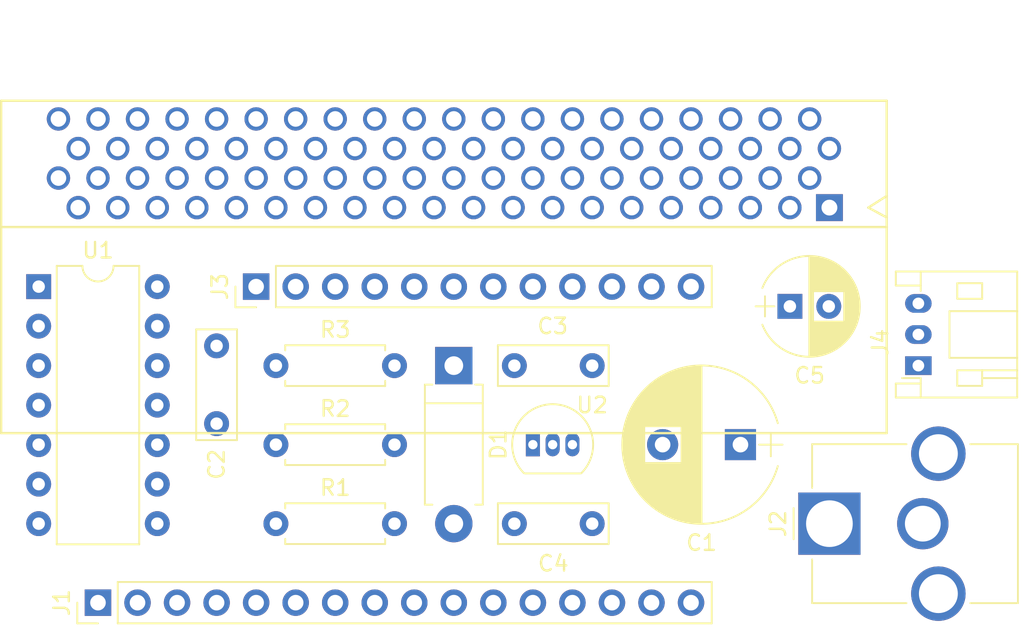
<source format=kicad_pcb>
(kicad_pcb (version 4) (host pcbnew 4.0.7)

  (general
    (links 79)
    (no_connects 79)
    (area 115.424999 71.584999 217.260002 148.48)
    (thickness 1.6)
    (drawings 0)
    (tracks 0)
    (zones 0)
    (modules 16)
    (nets 72)
  )

  (page USLetter)
  (layers
    (0 F.Cu signal)
    (31 B.Cu signal)
    (32 B.Adhes user)
    (33 F.Adhes user)
    (34 B.Paste user)
    (35 F.Paste user)
    (36 B.SilkS user)
    (37 F.SilkS user)
    (38 B.Mask user)
    (39 F.Mask user)
    (40 Dwgs.User user)
    (41 Cmts.User user)
    (42 Eco1.User user)
    (43 Eco2.User user)
    (44 Edge.Cuts user)
    (45 Margin user)
    (46 B.CrtYd user)
    (47 F.CrtYd user)
    (48 B.Fab user)
    (49 F.Fab user hide)
  )

  (setup
    (last_trace_width 0.25)
    (trace_clearance 0.2)
    (zone_clearance 0.508)
    (zone_45_only no)
    (trace_min 0.2)
    (segment_width 0.2)
    (edge_width 0.15)
    (via_size 0.6)
    (via_drill 0.4)
    (via_min_size 0.4)
    (via_min_drill 0.3)
    (uvia_size 0.3)
    (uvia_drill 0.1)
    (uvias_allowed no)
    (uvia_min_size 0.2)
    (uvia_min_drill 0.1)
    (pcb_text_width 0.3)
    (pcb_text_size 1.5 1.5)
    (mod_edge_width 0.15)
    (mod_text_size 1 1)
    (mod_text_width 0.15)
    (pad_size 1.524 1.524)
    (pad_drill 0.762)
    (pad_to_mask_clearance 0)
    (aux_axis_origin 0 0)
    (visible_elements FFFEF77F)
    (pcbplotparams
      (layerselection 0x00030_80000001)
      (usegerberextensions false)
      (excludeedgelayer true)
      (linewidth 0.100000)
      (plotframeref false)
      (viasonmask false)
      (mode 1)
      (useauxorigin false)
      (hpglpennumber 1)
      (hpglpenspeed 20)
      (hpglpendiameter 15)
      (hpglpenoverlay 2)
      (psnegative false)
      (psa4output false)
      (plotreference true)
      (plotvalue true)
      (plotinvisibletext false)
      (padsonsilk false)
      (subtractmaskfromsilk false)
      (outputformat 1)
      (mirror false)
      (drillshape 1)
      (scaleselection 1)
      (outputdirectory ""))
  )

  (net 0 "")
  (net 1 +5V)
  (net 2 GND)
  (net 3 "Net-(C4-Pad1)")
  (net 4 +3V3)
  (net 5 "Net-(J1-Pad1)")
  (net 6 "Net-(J1-Pad3)")
  (net 7 /P0)
  (net 8 /P1)
  (net 9 /P2)
  (net 10 /P3)
  (net 11 /P4)
  (net 12 /P10)
  (net 13 /SCK)
  (net 14 /MOSI)
  (net 15 /MISO)
  (net 16 /P6)
  (net 17 /P7)
  (net 18 /P12)
  (net 19 "Net-(J3-Pad2)")
  (net 20 /P9)
  (net 21 /P11)
  (net 22 /P5)
  (net 23 /P8)
  (net 24 /P16)
  (net 25 /SCL)
  (net 26 /SDA)
  (net 27 "Net-(J4-Pad2)")
  (net 28 "Net-(J5-Pad80)")
  (net 29 "Net-(J5-Pad78)")
  (net 30 "Net-(J5-Pad76)")
  (net 31 "Net-(J5-Pad74)")
  (net 32 "Net-(J5-Pad72)")
  (net 33 "Net-(J5-Pad70)")
  (net 34 "Net-(J5-Pad68)")
  (net 35 "Net-(J5-Pad66)")
  (net 36 "Net-(J5-Pad64)")
  (net 37 "Net-(J5-Pad62)")
  (net 38 "Net-(J5-Pad60)")
  (net 39 "Net-(J5-Pad58)")
  (net 40 "Net-(J5-Pad56)")
  (net 41 "Net-(J5-Pad54)")
  (net 42 "Net-(J5-Pad52)")
  (net 43 "Net-(J5-Pad50)")
  (net 44 "Net-(J5-Pad48)")
  (net 45 "Net-(J5-Pad46)")
  (net 46 "Net-(J5-Pad44)")
  (net 47 "Net-(J5-Pad4)")
  (net 48 "Net-(J5-Pad2)")
  (net 49 "Net-(J5-Pad6)")
  (net 50 "Net-(J5-Pad8)")
  (net 51 "Net-(J5-Pad10)")
  (net 52 "Net-(J5-Pad12)")
  (net 53 "Net-(J5-Pad14)")
  (net 54 "Net-(J5-Pad16)")
  (net 55 "Net-(J5-Pad18)")
  (net 56 "Net-(J5-Pad20)")
  (net 57 "Net-(J5-Pad22)")
  (net 58 "Net-(J5-Pad24)")
  (net 59 "Net-(J5-Pad26)")
  (net 60 "Net-(J5-Pad28)")
  (net 61 "Net-(J5-Pad30)")
  (net 62 "Net-(J5-Pad32)")
  (net 63 "Net-(J5-Pad34)")
  (net 64 "Net-(J5-Pad36)")
  (net 65 "Net-(J5-Pad38)")
  (net 66 "Net-(J5-Pad40)")
  (net 67 "Net-(J5-Pad42)")
  (net 68 "Net-(R2-Pad1)")
  (net 69 "Net-(U1-Pad8)")
  (net 70 "Net-(U1-Pad11)")
  (net 71 "Net-(U1-Pad6)")

  (net_class Default "This is the default net class."
    (clearance 0.2)
    (trace_width 0.25)
    (via_dia 0.6)
    (via_drill 0.4)
    (uvia_dia 0.3)
    (uvia_drill 0.1)
    (add_net +3V3)
    (add_net +5V)
    (add_net /MISO)
    (add_net /MOSI)
    (add_net /P0)
    (add_net /P1)
    (add_net /P10)
    (add_net /P11)
    (add_net /P12)
    (add_net /P16)
    (add_net /P2)
    (add_net /P3)
    (add_net /P4)
    (add_net /P5)
    (add_net /P6)
    (add_net /P7)
    (add_net /P8)
    (add_net /P9)
    (add_net /SCK)
    (add_net /SCL)
    (add_net /SDA)
    (add_net GND)
    (add_net "Net-(C4-Pad1)")
    (add_net "Net-(J1-Pad1)")
    (add_net "Net-(J1-Pad3)")
    (add_net "Net-(J3-Pad2)")
    (add_net "Net-(J4-Pad2)")
    (add_net "Net-(J5-Pad10)")
    (add_net "Net-(J5-Pad12)")
    (add_net "Net-(J5-Pad14)")
    (add_net "Net-(J5-Pad16)")
    (add_net "Net-(J5-Pad18)")
    (add_net "Net-(J5-Pad2)")
    (add_net "Net-(J5-Pad20)")
    (add_net "Net-(J5-Pad22)")
    (add_net "Net-(J5-Pad24)")
    (add_net "Net-(J5-Pad26)")
    (add_net "Net-(J5-Pad28)")
    (add_net "Net-(J5-Pad30)")
    (add_net "Net-(J5-Pad32)")
    (add_net "Net-(J5-Pad34)")
    (add_net "Net-(J5-Pad36)")
    (add_net "Net-(J5-Pad38)")
    (add_net "Net-(J5-Pad4)")
    (add_net "Net-(J5-Pad40)")
    (add_net "Net-(J5-Pad42)")
    (add_net "Net-(J5-Pad44)")
    (add_net "Net-(J5-Pad46)")
    (add_net "Net-(J5-Pad48)")
    (add_net "Net-(J5-Pad50)")
    (add_net "Net-(J5-Pad52)")
    (add_net "Net-(J5-Pad54)")
    (add_net "Net-(J5-Pad56)")
    (add_net "Net-(J5-Pad58)")
    (add_net "Net-(J5-Pad6)")
    (add_net "Net-(J5-Pad60)")
    (add_net "Net-(J5-Pad62)")
    (add_net "Net-(J5-Pad64)")
    (add_net "Net-(J5-Pad66)")
    (add_net "Net-(J5-Pad68)")
    (add_net "Net-(J5-Pad70)")
    (add_net "Net-(J5-Pad72)")
    (add_net "Net-(J5-Pad74)")
    (add_net "Net-(J5-Pad76)")
    (add_net "Net-(J5-Pad78)")
    (add_net "Net-(J5-Pad8)")
    (add_net "Net-(J5-Pad80)")
    (add_net "Net-(R2-Pad1)")
    (add_net "Net-(U1-Pad11)")
    (add_net "Net-(U1-Pad6)")
    (add_net "Net-(U1-Pad8)")
  )

  (module Capacitors_THT:CP_Radial_D10.0mm_P5.00mm (layer F.Cu) (tedit 597BC7C2) (tstamp 5B88B24E)
    (at 167.005 106.68 180)
    (descr "CP, Radial series, Radial, pin pitch=5.00mm, , diameter=10mm, Electrolytic Capacitor")
    (tags "CP Radial series Radial pin pitch 5.00mm  diameter 10mm Electrolytic Capacitor")
    (path /5B87D36C)
    (fp_text reference C1 (at 2.5 -6.31 180) (layer F.SilkS)
      (effects (font (size 1 1) (thickness 0.15)))
    )
    (fp_text value 1000µF (at 2.5 6.31 180) (layer F.Fab)
      (effects (font (size 1 1) (thickness 0.15)))
    )
    (fp_arc (start 2.5 0) (end -2.399357 -1.38) (angle 148.5) (layer F.SilkS) (width 0.12))
    (fp_arc (start 2.5 0) (end -2.399357 1.38) (angle -148.5) (layer F.SilkS) (width 0.12))
    (fp_arc (start 2.5 0) (end 7.399357 -1.38) (angle 31.5) (layer F.SilkS) (width 0.12))
    (fp_circle (center 2.5 0) (end 7.5 0) (layer F.Fab) (width 0.1))
    (fp_line (start -2.7 0) (end -1.2 0) (layer F.Fab) (width 0.1))
    (fp_line (start -1.95 -0.75) (end -1.95 0.75) (layer F.Fab) (width 0.1))
    (fp_line (start 2.5 -5.05) (end 2.5 5.05) (layer F.SilkS) (width 0.12))
    (fp_line (start 2.54 -5.05) (end 2.54 5.05) (layer F.SilkS) (width 0.12))
    (fp_line (start 2.58 -5.05) (end 2.58 5.05) (layer F.SilkS) (width 0.12))
    (fp_line (start 2.62 -5.049) (end 2.62 5.049) (layer F.SilkS) (width 0.12))
    (fp_line (start 2.66 -5.048) (end 2.66 5.048) (layer F.SilkS) (width 0.12))
    (fp_line (start 2.7 -5.047) (end 2.7 5.047) (layer F.SilkS) (width 0.12))
    (fp_line (start 2.74 -5.045) (end 2.74 5.045) (layer F.SilkS) (width 0.12))
    (fp_line (start 2.78 -5.043) (end 2.78 5.043) (layer F.SilkS) (width 0.12))
    (fp_line (start 2.82 -5.04) (end 2.82 5.04) (layer F.SilkS) (width 0.12))
    (fp_line (start 2.86 -5.038) (end 2.86 5.038) (layer F.SilkS) (width 0.12))
    (fp_line (start 2.9 -5.035) (end 2.9 5.035) (layer F.SilkS) (width 0.12))
    (fp_line (start 2.94 -5.031) (end 2.94 5.031) (layer F.SilkS) (width 0.12))
    (fp_line (start 2.98 -5.028) (end 2.98 5.028) (layer F.SilkS) (width 0.12))
    (fp_line (start 3.02 -5.024) (end 3.02 5.024) (layer F.SilkS) (width 0.12))
    (fp_line (start 3.06 -5.02) (end 3.06 5.02) (layer F.SilkS) (width 0.12))
    (fp_line (start 3.1 -5.015) (end 3.1 5.015) (layer F.SilkS) (width 0.12))
    (fp_line (start 3.14 -5.01) (end 3.14 5.01) (layer F.SilkS) (width 0.12))
    (fp_line (start 3.18 -5.005) (end 3.18 5.005) (layer F.SilkS) (width 0.12))
    (fp_line (start 3.221 -4.999) (end 3.221 4.999) (layer F.SilkS) (width 0.12))
    (fp_line (start 3.261 -4.993) (end 3.261 4.993) (layer F.SilkS) (width 0.12))
    (fp_line (start 3.301 -4.987) (end 3.301 4.987) (layer F.SilkS) (width 0.12))
    (fp_line (start 3.341 -4.981) (end 3.341 4.981) (layer F.SilkS) (width 0.12))
    (fp_line (start 3.381 -4.974) (end 3.381 4.974) (layer F.SilkS) (width 0.12))
    (fp_line (start 3.421 -4.967) (end 3.421 4.967) (layer F.SilkS) (width 0.12))
    (fp_line (start 3.461 -4.959) (end 3.461 4.959) (layer F.SilkS) (width 0.12))
    (fp_line (start 3.501 -4.951) (end 3.501 4.951) (layer F.SilkS) (width 0.12))
    (fp_line (start 3.541 -4.943) (end 3.541 4.943) (layer F.SilkS) (width 0.12))
    (fp_line (start 3.581 -4.935) (end 3.581 4.935) (layer F.SilkS) (width 0.12))
    (fp_line (start 3.621 -4.926) (end 3.621 4.926) (layer F.SilkS) (width 0.12))
    (fp_line (start 3.661 -4.917) (end 3.661 4.917) (layer F.SilkS) (width 0.12))
    (fp_line (start 3.701 -4.907) (end 3.701 4.907) (layer F.SilkS) (width 0.12))
    (fp_line (start 3.741 -4.897) (end 3.741 4.897) (layer F.SilkS) (width 0.12))
    (fp_line (start 3.781 -4.887) (end 3.781 4.887) (layer F.SilkS) (width 0.12))
    (fp_line (start 3.821 -4.876) (end 3.821 -1.181) (layer F.SilkS) (width 0.12))
    (fp_line (start 3.821 1.181) (end 3.821 4.876) (layer F.SilkS) (width 0.12))
    (fp_line (start 3.861 -4.865) (end 3.861 -1.181) (layer F.SilkS) (width 0.12))
    (fp_line (start 3.861 1.181) (end 3.861 4.865) (layer F.SilkS) (width 0.12))
    (fp_line (start 3.901 -4.854) (end 3.901 -1.181) (layer F.SilkS) (width 0.12))
    (fp_line (start 3.901 1.181) (end 3.901 4.854) (layer F.SilkS) (width 0.12))
    (fp_line (start 3.941 -4.843) (end 3.941 -1.181) (layer F.SilkS) (width 0.12))
    (fp_line (start 3.941 1.181) (end 3.941 4.843) (layer F.SilkS) (width 0.12))
    (fp_line (start 3.981 -4.831) (end 3.981 -1.181) (layer F.SilkS) (width 0.12))
    (fp_line (start 3.981 1.181) (end 3.981 4.831) (layer F.SilkS) (width 0.12))
    (fp_line (start 4.021 -4.818) (end 4.021 -1.181) (layer F.SilkS) (width 0.12))
    (fp_line (start 4.021 1.181) (end 4.021 4.818) (layer F.SilkS) (width 0.12))
    (fp_line (start 4.061 -4.806) (end 4.061 -1.181) (layer F.SilkS) (width 0.12))
    (fp_line (start 4.061 1.181) (end 4.061 4.806) (layer F.SilkS) (width 0.12))
    (fp_line (start 4.101 -4.792) (end 4.101 -1.181) (layer F.SilkS) (width 0.12))
    (fp_line (start 4.101 1.181) (end 4.101 4.792) (layer F.SilkS) (width 0.12))
    (fp_line (start 4.141 -4.779) (end 4.141 -1.181) (layer F.SilkS) (width 0.12))
    (fp_line (start 4.141 1.181) (end 4.141 4.779) (layer F.SilkS) (width 0.12))
    (fp_line (start 4.181 -4.765) (end 4.181 -1.181) (layer F.SilkS) (width 0.12))
    (fp_line (start 4.181 1.181) (end 4.181 4.765) (layer F.SilkS) (width 0.12))
    (fp_line (start 4.221 -4.751) (end 4.221 -1.181) (layer F.SilkS) (width 0.12))
    (fp_line (start 4.221 1.181) (end 4.221 4.751) (layer F.SilkS) (width 0.12))
    (fp_line (start 4.261 -4.737) (end 4.261 -1.181) (layer F.SilkS) (width 0.12))
    (fp_line (start 4.261 1.181) (end 4.261 4.737) (layer F.SilkS) (width 0.12))
    (fp_line (start 4.301 -4.722) (end 4.301 -1.181) (layer F.SilkS) (width 0.12))
    (fp_line (start 4.301 1.181) (end 4.301 4.722) (layer F.SilkS) (width 0.12))
    (fp_line (start 4.341 -4.706) (end 4.341 -1.181) (layer F.SilkS) (width 0.12))
    (fp_line (start 4.341 1.181) (end 4.341 4.706) (layer F.SilkS) (width 0.12))
    (fp_line (start 4.381 -4.691) (end 4.381 -1.181) (layer F.SilkS) (width 0.12))
    (fp_line (start 4.381 1.181) (end 4.381 4.691) (layer F.SilkS) (width 0.12))
    (fp_line (start 4.421 -4.674) (end 4.421 -1.181) (layer F.SilkS) (width 0.12))
    (fp_line (start 4.421 1.181) (end 4.421 4.674) (layer F.SilkS) (width 0.12))
    (fp_line (start 4.461 -4.658) (end 4.461 -1.181) (layer F.SilkS) (width 0.12))
    (fp_line (start 4.461 1.181) (end 4.461 4.658) (layer F.SilkS) (width 0.12))
    (fp_line (start 4.501 -4.641) (end 4.501 -1.181) (layer F.SilkS) (width 0.12))
    (fp_line (start 4.501 1.181) (end 4.501 4.641) (layer F.SilkS) (width 0.12))
    (fp_line (start 4.541 -4.624) (end 4.541 -1.181) (layer F.SilkS) (width 0.12))
    (fp_line (start 4.541 1.181) (end 4.541 4.624) (layer F.SilkS) (width 0.12))
    (fp_line (start 4.581 -4.606) (end 4.581 -1.181) (layer F.SilkS) (width 0.12))
    (fp_line (start 4.581 1.181) (end 4.581 4.606) (layer F.SilkS) (width 0.12))
    (fp_line (start 4.621 -4.588) (end 4.621 -1.181) (layer F.SilkS) (width 0.12))
    (fp_line (start 4.621 1.181) (end 4.621 4.588) (layer F.SilkS) (width 0.12))
    (fp_line (start 4.661 -4.569) (end 4.661 -1.181) (layer F.SilkS) (width 0.12))
    (fp_line (start 4.661 1.181) (end 4.661 4.569) (layer F.SilkS) (width 0.12))
    (fp_line (start 4.701 -4.55) (end 4.701 -1.181) (layer F.SilkS) (width 0.12))
    (fp_line (start 4.701 1.181) (end 4.701 4.55) (layer F.SilkS) (width 0.12))
    (fp_line (start 4.741 -4.531) (end 4.741 -1.181) (layer F.SilkS) (width 0.12))
    (fp_line (start 4.741 1.181) (end 4.741 4.531) (layer F.SilkS) (width 0.12))
    (fp_line (start 4.781 -4.511) (end 4.781 -1.181) (layer F.SilkS) (width 0.12))
    (fp_line (start 4.781 1.181) (end 4.781 4.511) (layer F.SilkS) (width 0.12))
    (fp_line (start 4.821 -4.491) (end 4.821 -1.181) (layer F.SilkS) (width 0.12))
    (fp_line (start 4.821 1.181) (end 4.821 4.491) (layer F.SilkS) (width 0.12))
    (fp_line (start 4.861 -4.47) (end 4.861 -1.181) (layer F.SilkS) (width 0.12))
    (fp_line (start 4.861 1.181) (end 4.861 4.47) (layer F.SilkS) (width 0.12))
    (fp_line (start 4.901 -4.449) (end 4.901 -1.181) (layer F.SilkS) (width 0.12))
    (fp_line (start 4.901 1.181) (end 4.901 4.449) (layer F.SilkS) (width 0.12))
    (fp_line (start 4.941 -4.428) (end 4.941 -1.181) (layer F.SilkS) (width 0.12))
    (fp_line (start 4.941 1.181) (end 4.941 4.428) (layer F.SilkS) (width 0.12))
    (fp_line (start 4.981 -4.405) (end 4.981 -1.181) (layer F.SilkS) (width 0.12))
    (fp_line (start 4.981 1.181) (end 4.981 4.405) (layer F.SilkS) (width 0.12))
    (fp_line (start 5.021 -4.383) (end 5.021 -1.181) (layer F.SilkS) (width 0.12))
    (fp_line (start 5.021 1.181) (end 5.021 4.383) (layer F.SilkS) (width 0.12))
    (fp_line (start 5.061 -4.36) (end 5.061 -1.181) (layer F.SilkS) (width 0.12))
    (fp_line (start 5.061 1.181) (end 5.061 4.36) (layer F.SilkS) (width 0.12))
    (fp_line (start 5.101 -4.336) (end 5.101 -1.181) (layer F.SilkS) (width 0.12))
    (fp_line (start 5.101 1.181) (end 5.101 4.336) (layer F.SilkS) (width 0.12))
    (fp_line (start 5.141 -4.312) (end 5.141 -1.181) (layer F.SilkS) (width 0.12))
    (fp_line (start 5.141 1.181) (end 5.141 4.312) (layer F.SilkS) (width 0.12))
    (fp_line (start 5.181 -4.288) (end 5.181 -1.181) (layer F.SilkS) (width 0.12))
    (fp_line (start 5.181 1.181) (end 5.181 4.288) (layer F.SilkS) (width 0.12))
    (fp_line (start 5.221 -4.263) (end 5.221 -1.181) (layer F.SilkS) (width 0.12))
    (fp_line (start 5.221 1.181) (end 5.221 4.263) (layer F.SilkS) (width 0.12))
    (fp_line (start 5.261 -4.237) (end 5.261 -1.181) (layer F.SilkS) (width 0.12))
    (fp_line (start 5.261 1.181) (end 5.261 4.237) (layer F.SilkS) (width 0.12))
    (fp_line (start 5.301 -4.211) (end 5.301 -1.181) (layer F.SilkS) (width 0.12))
    (fp_line (start 5.301 1.181) (end 5.301 4.211) (layer F.SilkS) (width 0.12))
    (fp_line (start 5.341 -4.185) (end 5.341 -1.181) (layer F.SilkS) (width 0.12))
    (fp_line (start 5.341 1.181) (end 5.341 4.185) (layer F.SilkS) (width 0.12))
    (fp_line (start 5.381 -4.157) (end 5.381 -1.181) (layer F.SilkS) (width 0.12))
    (fp_line (start 5.381 1.181) (end 5.381 4.157) (layer F.SilkS) (width 0.12))
    (fp_line (start 5.421 -4.13) (end 5.421 -1.181) (layer F.SilkS) (width 0.12))
    (fp_line (start 5.421 1.181) (end 5.421 4.13) (layer F.SilkS) (width 0.12))
    (fp_line (start 5.461 -4.101) (end 5.461 -1.181) (layer F.SilkS) (width 0.12))
    (fp_line (start 5.461 1.181) (end 5.461 4.101) (layer F.SilkS) (width 0.12))
    (fp_line (start 5.501 -4.072) (end 5.501 -1.181) (layer F.SilkS) (width 0.12))
    (fp_line (start 5.501 1.181) (end 5.501 4.072) (layer F.SilkS) (width 0.12))
    (fp_line (start 5.541 -4.043) (end 5.541 -1.181) (layer F.SilkS) (width 0.12))
    (fp_line (start 5.541 1.181) (end 5.541 4.043) (layer F.SilkS) (width 0.12))
    (fp_line (start 5.581 -4.013) (end 5.581 -1.181) (layer F.SilkS) (width 0.12))
    (fp_line (start 5.581 1.181) (end 5.581 4.013) (layer F.SilkS) (width 0.12))
    (fp_line (start 5.621 -3.982) (end 5.621 -1.181) (layer F.SilkS) (width 0.12))
    (fp_line (start 5.621 1.181) (end 5.621 3.982) (layer F.SilkS) (width 0.12))
    (fp_line (start 5.661 -3.951) (end 5.661 -1.181) (layer F.SilkS) (width 0.12))
    (fp_line (start 5.661 1.181) (end 5.661 3.951) (layer F.SilkS) (width 0.12))
    (fp_line (start 5.701 -3.919) (end 5.701 -1.181) (layer F.SilkS) (width 0.12))
    (fp_line (start 5.701 1.181) (end 5.701 3.919) (layer F.SilkS) (width 0.12))
    (fp_line (start 5.741 -3.886) (end 5.741 -1.181) (layer F.SilkS) (width 0.12))
    (fp_line (start 5.741 1.181) (end 5.741 3.886) (layer F.SilkS) (width 0.12))
    (fp_line (start 5.781 -3.853) (end 5.781 -1.181) (layer F.SilkS) (width 0.12))
    (fp_line (start 5.781 1.181) (end 5.781 3.853) (layer F.SilkS) (width 0.12))
    (fp_line (start 5.821 -3.819) (end 5.821 -1.181) (layer F.SilkS) (width 0.12))
    (fp_line (start 5.821 1.181) (end 5.821 3.819) (layer F.SilkS) (width 0.12))
    (fp_line (start 5.861 -3.784) (end 5.861 -1.181) (layer F.SilkS) (width 0.12))
    (fp_line (start 5.861 1.181) (end 5.861 3.784) (layer F.SilkS) (width 0.12))
    (fp_line (start 5.901 -3.748) (end 5.901 -1.181) (layer F.SilkS) (width 0.12))
    (fp_line (start 5.901 1.181) (end 5.901 3.748) (layer F.SilkS) (width 0.12))
    (fp_line (start 5.941 -3.712) (end 5.941 -1.181) (layer F.SilkS) (width 0.12))
    (fp_line (start 5.941 1.181) (end 5.941 3.712) (layer F.SilkS) (width 0.12))
    (fp_line (start 5.981 -3.675) (end 5.981 -1.181) (layer F.SilkS) (width 0.12))
    (fp_line (start 5.981 1.181) (end 5.981 3.675) (layer F.SilkS) (width 0.12))
    (fp_line (start 6.021 -3.637) (end 6.021 -1.181) (layer F.SilkS) (width 0.12))
    (fp_line (start 6.021 1.181) (end 6.021 3.637) (layer F.SilkS) (width 0.12))
    (fp_line (start 6.061 -3.598) (end 6.061 -1.181) (layer F.SilkS) (width 0.12))
    (fp_line (start 6.061 1.181) (end 6.061 3.598) (layer F.SilkS) (width 0.12))
    (fp_line (start 6.101 -3.559) (end 6.101 -1.181) (layer F.SilkS) (width 0.12))
    (fp_line (start 6.101 1.181) (end 6.101 3.559) (layer F.SilkS) (width 0.12))
    (fp_line (start 6.141 -3.518) (end 6.141 -1.181) (layer F.SilkS) (width 0.12))
    (fp_line (start 6.141 1.181) (end 6.141 3.518) (layer F.SilkS) (width 0.12))
    (fp_line (start 6.181 -3.477) (end 6.181 3.477) (layer F.SilkS) (width 0.12))
    (fp_line (start 6.221 -3.435) (end 6.221 3.435) (layer F.SilkS) (width 0.12))
    (fp_line (start 6.261 -3.391) (end 6.261 3.391) (layer F.SilkS) (width 0.12))
    (fp_line (start 6.301 -3.347) (end 6.301 3.347) (layer F.SilkS) (width 0.12))
    (fp_line (start 6.341 -3.302) (end 6.341 3.302) (layer F.SilkS) (width 0.12))
    (fp_line (start 6.381 -3.255) (end 6.381 3.255) (layer F.SilkS) (width 0.12))
    (fp_line (start 6.421 -3.207) (end 6.421 3.207) (layer F.SilkS) (width 0.12))
    (fp_line (start 6.461 -3.158) (end 6.461 3.158) (layer F.SilkS) (width 0.12))
    (fp_line (start 6.501 -3.108) (end 6.501 3.108) (layer F.SilkS) (width 0.12))
    (fp_line (start 6.541 -3.057) (end 6.541 3.057) (layer F.SilkS) (width 0.12))
    (fp_line (start 6.581 -3.004) (end 6.581 3.004) (layer F.SilkS) (width 0.12))
    (fp_line (start 6.621 -2.949) (end 6.621 2.949) (layer F.SilkS) (width 0.12))
    (fp_line (start 6.661 -2.894) (end 6.661 2.894) (layer F.SilkS) (width 0.12))
    (fp_line (start 6.701 -2.836) (end 6.701 2.836) (layer F.SilkS) (width 0.12))
    (fp_line (start 6.741 -2.777) (end 6.741 2.777) (layer F.SilkS) (width 0.12))
    (fp_line (start 6.781 -2.715) (end 6.781 2.715) (layer F.SilkS) (width 0.12))
    (fp_line (start 6.821 -2.652) (end 6.821 2.652) (layer F.SilkS) (width 0.12))
    (fp_line (start 6.861 -2.587) (end 6.861 2.587) (layer F.SilkS) (width 0.12))
    (fp_line (start 6.901 -2.519) (end 6.901 2.519) (layer F.SilkS) (width 0.12))
    (fp_line (start 6.941 -2.449) (end 6.941 2.449) (layer F.SilkS) (width 0.12))
    (fp_line (start 6.981 -2.377) (end 6.981 2.377) (layer F.SilkS) (width 0.12))
    (fp_line (start 7.021 -2.301) (end 7.021 2.301) (layer F.SilkS) (width 0.12))
    (fp_line (start 7.061 -2.222) (end 7.061 2.222) (layer F.SilkS) (width 0.12))
    (fp_line (start 7.101 -2.14) (end 7.101 2.14) (layer F.SilkS) (width 0.12))
    (fp_line (start 7.141 -2.053) (end 7.141 2.053) (layer F.SilkS) (width 0.12))
    (fp_line (start 7.181 -1.962) (end 7.181 1.962) (layer F.SilkS) (width 0.12))
    (fp_line (start 7.221 -1.866) (end 7.221 1.866) (layer F.SilkS) (width 0.12))
    (fp_line (start 7.261 -1.763) (end 7.261 1.763) (layer F.SilkS) (width 0.12))
    (fp_line (start 7.301 -1.654) (end 7.301 1.654) (layer F.SilkS) (width 0.12))
    (fp_line (start 7.341 -1.536) (end 7.341 1.536) (layer F.SilkS) (width 0.12))
    (fp_line (start 7.381 -1.407) (end 7.381 1.407) (layer F.SilkS) (width 0.12))
    (fp_line (start 7.421 -1.265) (end 7.421 1.265) (layer F.SilkS) (width 0.12))
    (fp_line (start 7.461 -1.104) (end 7.461 1.104) (layer F.SilkS) (width 0.12))
    (fp_line (start 7.501 -0.913) (end 7.501 0.913) (layer F.SilkS) (width 0.12))
    (fp_line (start 7.541 -0.672) (end 7.541 0.672) (layer F.SilkS) (width 0.12))
    (fp_line (start 7.581 -0.279) (end 7.581 0.279) (layer F.SilkS) (width 0.12))
    (fp_line (start -2.7 0) (end -1.2 0) (layer F.SilkS) (width 0.12))
    (fp_line (start -1.95 -0.75) (end -1.95 0.75) (layer F.SilkS) (width 0.12))
    (fp_line (start -2.85 -5.35) (end -2.85 5.35) (layer F.CrtYd) (width 0.05))
    (fp_line (start -2.85 5.35) (end 7.85 5.35) (layer F.CrtYd) (width 0.05))
    (fp_line (start 7.85 5.35) (end 7.85 -5.35) (layer F.CrtYd) (width 0.05))
    (fp_line (start 7.85 -5.35) (end -2.85 -5.35) (layer F.CrtYd) (width 0.05))
    (fp_text user %R (at 2.5 0 180) (layer F.Fab)
      (effects (font (size 1 1) (thickness 0.15)))
    )
    (pad 1 thru_hole rect (at 0 0 180) (size 2 2) (drill 1) (layers *.Cu *.Mask)
      (net 1 +5V))
    (pad 2 thru_hole circle (at 5 0 180) (size 2 2) (drill 1) (layers *.Cu *.Mask)
      (net 2 GND))
    (model ${KISYS3DMOD}/Capacitors_THT.3dshapes/CP_Radial_D10.0mm_P5.00mm.wrl
      (at (xyz 0 0 0))
      (scale (xyz 1 1 1))
      (rotate (xyz 0 0 0))
    )
  )

  (module Capacitors_THT:C_Rect_L7.0mm_W2.5mm_P5.00mm (layer F.Cu) (tedit 5B88BF4C) (tstamp 5B88B254)
    (at 133.35 100.33 270)
    (descr "C, Rect series, Radial, pin pitch=5.00mm, , length*width=7*2.5mm^2, Capacitor")
    (tags "C Rect series Radial pin pitch 5.00mm  length 7mm width 2.5mm Capacitor")
    (path /5B87CADC)
    (fp_text reference C2 (at 7.62 0 270) (layer F.SilkS)
      (effects (font (size 1 1) (thickness 0.15)))
    )
    (fp_text value 0.1µF (at 2.5 2.56 270) (layer F.Fab)
      (effects (font (size 1 1) (thickness 0.15)))
    )
    (fp_line (start -1 -1.25) (end -1 1.25) (layer F.Fab) (width 0.1))
    (fp_line (start -1 1.25) (end 6 1.25) (layer F.Fab) (width 0.1))
    (fp_line (start 6 1.25) (end 6 -1.25) (layer F.Fab) (width 0.1))
    (fp_line (start 6 -1.25) (end -1 -1.25) (layer F.Fab) (width 0.1))
    (fp_line (start -1.06 -1.31) (end 6.06 -1.31) (layer F.SilkS) (width 0.12))
    (fp_line (start -1.06 1.31) (end 6.06 1.31) (layer F.SilkS) (width 0.12))
    (fp_line (start -1.06 -1.31) (end -1.06 1.31) (layer F.SilkS) (width 0.12))
    (fp_line (start 6.06 -1.31) (end 6.06 1.31) (layer F.SilkS) (width 0.12))
    (fp_line (start -1.35 -1.6) (end -1.35 1.6) (layer F.CrtYd) (width 0.05))
    (fp_line (start -1.35 1.6) (end 6.35 1.6) (layer F.CrtYd) (width 0.05))
    (fp_line (start 6.35 1.6) (end 6.35 -1.6) (layer F.CrtYd) (width 0.05))
    (fp_line (start 6.35 -1.6) (end -1.35 -1.6) (layer F.CrtYd) (width 0.05))
    (fp_text user %R (at 2.5 0 270) (layer F.Fab)
      (effects (font (size 1 1) (thickness 0.15)))
    )
    (pad 1 thru_hole circle (at 0 0 270) (size 1.6 1.6) (drill 0.8) (layers *.Cu *.Mask)
      (net 1 +5V))
    (pad 2 thru_hole circle (at 5 0 270) (size 1.6 1.6) (drill 0.8) (layers *.Cu *.Mask)
      (net 2 GND))
    (model ${KISYS3DMOD}/Capacitors_THT.3dshapes/C_Rect_L7.0mm_W2.5mm_P5.00mm.wrl
      (at (xyz 0 0 0))
      (scale (xyz 1 1 1))
      (rotate (xyz 0 0 0))
    )
  )

  (module Capacitors_THT:C_Rect_L7.0mm_W2.5mm_P5.00mm (layer F.Cu) (tedit 5B88BF66) (tstamp 5B88B25A)
    (at 157.48 101.6 180)
    (descr "C, Rect series, Radial, pin pitch=5.00mm, , length*width=7*2.5mm^2, Capacitor")
    (tags "C Rect series Radial pin pitch 5.00mm  length 7mm width 2.5mm Capacitor")
    (path /5B87B8CD)
    (fp_text reference C3 (at 2.54 2.54 180) (layer F.SilkS)
      (effects (font (size 1 1) (thickness 0.15)))
    )
    (fp_text value 1µF (at 2.5 2.56 180) (layer F.Fab)
      (effects (font (size 1 1) (thickness 0.15)))
    )
    (fp_line (start -1 -1.25) (end -1 1.25) (layer F.Fab) (width 0.1))
    (fp_line (start -1 1.25) (end 6 1.25) (layer F.Fab) (width 0.1))
    (fp_line (start 6 1.25) (end 6 -1.25) (layer F.Fab) (width 0.1))
    (fp_line (start 6 -1.25) (end -1 -1.25) (layer F.Fab) (width 0.1))
    (fp_line (start -1.06 -1.31) (end 6.06 -1.31) (layer F.SilkS) (width 0.12))
    (fp_line (start -1.06 1.31) (end 6.06 1.31) (layer F.SilkS) (width 0.12))
    (fp_line (start -1.06 -1.31) (end -1.06 1.31) (layer F.SilkS) (width 0.12))
    (fp_line (start 6.06 -1.31) (end 6.06 1.31) (layer F.SilkS) (width 0.12))
    (fp_line (start -1.35 -1.6) (end -1.35 1.6) (layer F.CrtYd) (width 0.05))
    (fp_line (start -1.35 1.6) (end 6.35 1.6) (layer F.CrtYd) (width 0.05))
    (fp_line (start 6.35 1.6) (end 6.35 -1.6) (layer F.CrtYd) (width 0.05))
    (fp_line (start 6.35 -1.6) (end -1.35 -1.6) (layer F.CrtYd) (width 0.05))
    (fp_text user %R (at 2.5 0 180) (layer F.Fab)
      (effects (font (size 1 1) (thickness 0.15)))
    )
    (pad 1 thru_hole circle (at 0 0 180) (size 1.6 1.6) (drill 0.8) (layers *.Cu *.Mask)
      (net 1 +5V))
    (pad 2 thru_hole circle (at 5 0 180) (size 1.6 1.6) (drill 0.8) (layers *.Cu *.Mask)
      (net 2 GND))
    (model ${KISYS3DMOD}/Capacitors_THT.3dshapes/C_Rect_L7.0mm_W2.5mm_P5.00mm.wrl
      (at (xyz 0 0 0))
      (scale (xyz 1 1 1))
      (rotate (xyz 0 0 0))
    )
  )

  (module Capacitors_THT:C_Rect_L7.0mm_W2.5mm_P5.00mm (layer F.Cu) (tedit 597BC7C2) (tstamp 5B88B260)
    (at 157.48 111.76 180)
    (descr "C, Rect series, Radial, pin pitch=5.00mm, , length*width=7*2.5mm^2, Capacitor")
    (tags "C Rect series Radial pin pitch 5.00mm  length 7mm width 2.5mm Capacitor")
    (path /5B888051)
    (fp_text reference C4 (at 2.5 -2.56 180) (layer F.SilkS)
      (effects (font (size 1 1) (thickness 0.15)))
    )
    (fp_text value 1µF (at 2.5 2.56 180) (layer F.Fab)
      (effects (font (size 1 1) (thickness 0.15)))
    )
    (fp_line (start -1 -1.25) (end -1 1.25) (layer F.Fab) (width 0.1))
    (fp_line (start -1 1.25) (end 6 1.25) (layer F.Fab) (width 0.1))
    (fp_line (start 6 1.25) (end 6 -1.25) (layer F.Fab) (width 0.1))
    (fp_line (start 6 -1.25) (end -1 -1.25) (layer F.Fab) (width 0.1))
    (fp_line (start -1.06 -1.31) (end 6.06 -1.31) (layer F.SilkS) (width 0.12))
    (fp_line (start -1.06 1.31) (end 6.06 1.31) (layer F.SilkS) (width 0.12))
    (fp_line (start -1.06 -1.31) (end -1.06 1.31) (layer F.SilkS) (width 0.12))
    (fp_line (start 6.06 -1.31) (end 6.06 1.31) (layer F.SilkS) (width 0.12))
    (fp_line (start -1.35 -1.6) (end -1.35 1.6) (layer F.CrtYd) (width 0.05))
    (fp_line (start -1.35 1.6) (end 6.35 1.6) (layer F.CrtYd) (width 0.05))
    (fp_line (start 6.35 1.6) (end 6.35 -1.6) (layer F.CrtYd) (width 0.05))
    (fp_line (start 6.35 -1.6) (end -1.35 -1.6) (layer F.CrtYd) (width 0.05))
    (fp_text user %R (at 2.5 0 180) (layer F.Fab)
      (effects (font (size 1 1) (thickness 0.15)))
    )
    (pad 1 thru_hole circle (at 0 0 180) (size 1.6 1.6) (drill 0.8) (layers *.Cu *.Mask)
      (net 3 "Net-(C4-Pad1)"))
    (pad 2 thru_hole circle (at 5 0 180) (size 1.6 1.6) (drill 0.8) (layers *.Cu *.Mask)
      (net 2 GND))
    (model ${KISYS3DMOD}/Capacitors_THT.3dshapes/C_Rect_L7.0mm_W2.5mm_P5.00mm.wrl
      (at (xyz 0 0 0))
      (scale (xyz 1 1 1))
      (rotate (xyz 0 0 0))
    )
  )

  (module Capacitors_THT:CP_Radial_D6.3mm_P2.50mm (layer F.Cu) (tedit 5B88BF3A) (tstamp 5B88B266)
    (at 170.18 97.79)
    (descr "CP, Radial series, Radial, pin pitch=2.50mm, , diameter=6.3mm, Electrolytic Capacitor")
    (tags "CP Radial series Radial pin pitch 2.50mm  diameter 6.3mm Electrolytic Capacitor")
    (path /5B87C55E)
    (fp_text reference C5 (at 1.27 4.445) (layer F.SilkS)
      (effects (font (size 1 1) (thickness 0.15)))
    )
    (fp_text value 47µF (at 1.25 4.46) (layer F.Fab)
      (effects (font (size 1 1) (thickness 0.15)))
    )
    (fp_arc (start 1.25 0) (end -1.767482 -1.18) (angle 137.3) (layer F.SilkS) (width 0.12))
    (fp_arc (start 1.25 0) (end -1.767482 1.18) (angle -137.3) (layer F.SilkS) (width 0.12))
    (fp_arc (start 1.25 0) (end 4.267482 -1.18) (angle 42.7) (layer F.SilkS) (width 0.12))
    (fp_circle (center 1.25 0) (end 4.4 0) (layer F.Fab) (width 0.1))
    (fp_line (start -2.2 0) (end -1 0) (layer F.Fab) (width 0.1))
    (fp_line (start -1.6 -0.65) (end -1.6 0.65) (layer F.Fab) (width 0.1))
    (fp_line (start 1.25 -3.2) (end 1.25 3.2) (layer F.SilkS) (width 0.12))
    (fp_line (start 1.29 -3.2) (end 1.29 3.2) (layer F.SilkS) (width 0.12))
    (fp_line (start 1.33 -3.2) (end 1.33 3.2) (layer F.SilkS) (width 0.12))
    (fp_line (start 1.37 -3.198) (end 1.37 3.198) (layer F.SilkS) (width 0.12))
    (fp_line (start 1.41 -3.197) (end 1.41 3.197) (layer F.SilkS) (width 0.12))
    (fp_line (start 1.45 -3.194) (end 1.45 3.194) (layer F.SilkS) (width 0.12))
    (fp_line (start 1.49 -3.192) (end 1.49 3.192) (layer F.SilkS) (width 0.12))
    (fp_line (start 1.53 -3.188) (end 1.53 -0.98) (layer F.SilkS) (width 0.12))
    (fp_line (start 1.53 0.98) (end 1.53 3.188) (layer F.SilkS) (width 0.12))
    (fp_line (start 1.57 -3.185) (end 1.57 -0.98) (layer F.SilkS) (width 0.12))
    (fp_line (start 1.57 0.98) (end 1.57 3.185) (layer F.SilkS) (width 0.12))
    (fp_line (start 1.61 -3.18) (end 1.61 -0.98) (layer F.SilkS) (width 0.12))
    (fp_line (start 1.61 0.98) (end 1.61 3.18) (layer F.SilkS) (width 0.12))
    (fp_line (start 1.65 -3.176) (end 1.65 -0.98) (layer F.SilkS) (width 0.12))
    (fp_line (start 1.65 0.98) (end 1.65 3.176) (layer F.SilkS) (width 0.12))
    (fp_line (start 1.69 -3.17) (end 1.69 -0.98) (layer F.SilkS) (width 0.12))
    (fp_line (start 1.69 0.98) (end 1.69 3.17) (layer F.SilkS) (width 0.12))
    (fp_line (start 1.73 -3.165) (end 1.73 -0.98) (layer F.SilkS) (width 0.12))
    (fp_line (start 1.73 0.98) (end 1.73 3.165) (layer F.SilkS) (width 0.12))
    (fp_line (start 1.77 -3.158) (end 1.77 -0.98) (layer F.SilkS) (width 0.12))
    (fp_line (start 1.77 0.98) (end 1.77 3.158) (layer F.SilkS) (width 0.12))
    (fp_line (start 1.81 -3.152) (end 1.81 -0.98) (layer F.SilkS) (width 0.12))
    (fp_line (start 1.81 0.98) (end 1.81 3.152) (layer F.SilkS) (width 0.12))
    (fp_line (start 1.85 -3.144) (end 1.85 -0.98) (layer F.SilkS) (width 0.12))
    (fp_line (start 1.85 0.98) (end 1.85 3.144) (layer F.SilkS) (width 0.12))
    (fp_line (start 1.89 -3.137) (end 1.89 -0.98) (layer F.SilkS) (width 0.12))
    (fp_line (start 1.89 0.98) (end 1.89 3.137) (layer F.SilkS) (width 0.12))
    (fp_line (start 1.93 -3.128) (end 1.93 -0.98) (layer F.SilkS) (width 0.12))
    (fp_line (start 1.93 0.98) (end 1.93 3.128) (layer F.SilkS) (width 0.12))
    (fp_line (start 1.971 -3.119) (end 1.971 -0.98) (layer F.SilkS) (width 0.12))
    (fp_line (start 1.971 0.98) (end 1.971 3.119) (layer F.SilkS) (width 0.12))
    (fp_line (start 2.011 -3.11) (end 2.011 -0.98) (layer F.SilkS) (width 0.12))
    (fp_line (start 2.011 0.98) (end 2.011 3.11) (layer F.SilkS) (width 0.12))
    (fp_line (start 2.051 -3.1) (end 2.051 -0.98) (layer F.SilkS) (width 0.12))
    (fp_line (start 2.051 0.98) (end 2.051 3.1) (layer F.SilkS) (width 0.12))
    (fp_line (start 2.091 -3.09) (end 2.091 -0.98) (layer F.SilkS) (width 0.12))
    (fp_line (start 2.091 0.98) (end 2.091 3.09) (layer F.SilkS) (width 0.12))
    (fp_line (start 2.131 -3.079) (end 2.131 -0.98) (layer F.SilkS) (width 0.12))
    (fp_line (start 2.131 0.98) (end 2.131 3.079) (layer F.SilkS) (width 0.12))
    (fp_line (start 2.171 -3.067) (end 2.171 -0.98) (layer F.SilkS) (width 0.12))
    (fp_line (start 2.171 0.98) (end 2.171 3.067) (layer F.SilkS) (width 0.12))
    (fp_line (start 2.211 -3.055) (end 2.211 -0.98) (layer F.SilkS) (width 0.12))
    (fp_line (start 2.211 0.98) (end 2.211 3.055) (layer F.SilkS) (width 0.12))
    (fp_line (start 2.251 -3.042) (end 2.251 -0.98) (layer F.SilkS) (width 0.12))
    (fp_line (start 2.251 0.98) (end 2.251 3.042) (layer F.SilkS) (width 0.12))
    (fp_line (start 2.291 -3.029) (end 2.291 -0.98) (layer F.SilkS) (width 0.12))
    (fp_line (start 2.291 0.98) (end 2.291 3.029) (layer F.SilkS) (width 0.12))
    (fp_line (start 2.331 -3.015) (end 2.331 -0.98) (layer F.SilkS) (width 0.12))
    (fp_line (start 2.331 0.98) (end 2.331 3.015) (layer F.SilkS) (width 0.12))
    (fp_line (start 2.371 -3.001) (end 2.371 -0.98) (layer F.SilkS) (width 0.12))
    (fp_line (start 2.371 0.98) (end 2.371 3.001) (layer F.SilkS) (width 0.12))
    (fp_line (start 2.411 -2.986) (end 2.411 -0.98) (layer F.SilkS) (width 0.12))
    (fp_line (start 2.411 0.98) (end 2.411 2.986) (layer F.SilkS) (width 0.12))
    (fp_line (start 2.451 -2.97) (end 2.451 -0.98) (layer F.SilkS) (width 0.12))
    (fp_line (start 2.451 0.98) (end 2.451 2.97) (layer F.SilkS) (width 0.12))
    (fp_line (start 2.491 -2.954) (end 2.491 -0.98) (layer F.SilkS) (width 0.12))
    (fp_line (start 2.491 0.98) (end 2.491 2.954) (layer F.SilkS) (width 0.12))
    (fp_line (start 2.531 -2.937) (end 2.531 -0.98) (layer F.SilkS) (width 0.12))
    (fp_line (start 2.531 0.98) (end 2.531 2.937) (layer F.SilkS) (width 0.12))
    (fp_line (start 2.571 -2.919) (end 2.571 -0.98) (layer F.SilkS) (width 0.12))
    (fp_line (start 2.571 0.98) (end 2.571 2.919) (layer F.SilkS) (width 0.12))
    (fp_line (start 2.611 -2.901) (end 2.611 -0.98) (layer F.SilkS) (width 0.12))
    (fp_line (start 2.611 0.98) (end 2.611 2.901) (layer F.SilkS) (width 0.12))
    (fp_line (start 2.651 -2.882) (end 2.651 -0.98) (layer F.SilkS) (width 0.12))
    (fp_line (start 2.651 0.98) (end 2.651 2.882) (layer F.SilkS) (width 0.12))
    (fp_line (start 2.691 -2.863) (end 2.691 -0.98) (layer F.SilkS) (width 0.12))
    (fp_line (start 2.691 0.98) (end 2.691 2.863) (layer F.SilkS) (width 0.12))
    (fp_line (start 2.731 -2.843) (end 2.731 -0.98) (layer F.SilkS) (width 0.12))
    (fp_line (start 2.731 0.98) (end 2.731 2.843) (layer F.SilkS) (width 0.12))
    (fp_line (start 2.771 -2.822) (end 2.771 -0.98) (layer F.SilkS) (width 0.12))
    (fp_line (start 2.771 0.98) (end 2.771 2.822) (layer F.SilkS) (width 0.12))
    (fp_line (start 2.811 -2.8) (end 2.811 -0.98) (layer F.SilkS) (width 0.12))
    (fp_line (start 2.811 0.98) (end 2.811 2.8) (layer F.SilkS) (width 0.12))
    (fp_line (start 2.851 -2.778) (end 2.851 -0.98) (layer F.SilkS) (width 0.12))
    (fp_line (start 2.851 0.98) (end 2.851 2.778) (layer F.SilkS) (width 0.12))
    (fp_line (start 2.891 -2.755) (end 2.891 -0.98) (layer F.SilkS) (width 0.12))
    (fp_line (start 2.891 0.98) (end 2.891 2.755) (layer F.SilkS) (width 0.12))
    (fp_line (start 2.931 -2.731) (end 2.931 -0.98) (layer F.SilkS) (width 0.12))
    (fp_line (start 2.931 0.98) (end 2.931 2.731) (layer F.SilkS) (width 0.12))
    (fp_line (start 2.971 -2.706) (end 2.971 -0.98) (layer F.SilkS) (width 0.12))
    (fp_line (start 2.971 0.98) (end 2.971 2.706) (layer F.SilkS) (width 0.12))
    (fp_line (start 3.011 -2.681) (end 3.011 -0.98) (layer F.SilkS) (width 0.12))
    (fp_line (start 3.011 0.98) (end 3.011 2.681) (layer F.SilkS) (width 0.12))
    (fp_line (start 3.051 -2.654) (end 3.051 -0.98) (layer F.SilkS) (width 0.12))
    (fp_line (start 3.051 0.98) (end 3.051 2.654) (layer F.SilkS) (width 0.12))
    (fp_line (start 3.091 -2.627) (end 3.091 -0.98) (layer F.SilkS) (width 0.12))
    (fp_line (start 3.091 0.98) (end 3.091 2.627) (layer F.SilkS) (width 0.12))
    (fp_line (start 3.131 -2.599) (end 3.131 -0.98) (layer F.SilkS) (width 0.12))
    (fp_line (start 3.131 0.98) (end 3.131 2.599) (layer F.SilkS) (width 0.12))
    (fp_line (start 3.171 -2.57) (end 3.171 -0.98) (layer F.SilkS) (width 0.12))
    (fp_line (start 3.171 0.98) (end 3.171 2.57) (layer F.SilkS) (width 0.12))
    (fp_line (start 3.211 -2.54) (end 3.211 -0.98) (layer F.SilkS) (width 0.12))
    (fp_line (start 3.211 0.98) (end 3.211 2.54) (layer F.SilkS) (width 0.12))
    (fp_line (start 3.251 -2.51) (end 3.251 -0.98) (layer F.SilkS) (width 0.12))
    (fp_line (start 3.251 0.98) (end 3.251 2.51) (layer F.SilkS) (width 0.12))
    (fp_line (start 3.291 -2.478) (end 3.291 -0.98) (layer F.SilkS) (width 0.12))
    (fp_line (start 3.291 0.98) (end 3.291 2.478) (layer F.SilkS) (width 0.12))
    (fp_line (start 3.331 -2.445) (end 3.331 -0.98) (layer F.SilkS) (width 0.12))
    (fp_line (start 3.331 0.98) (end 3.331 2.445) (layer F.SilkS) (width 0.12))
    (fp_line (start 3.371 -2.411) (end 3.371 -0.98) (layer F.SilkS) (width 0.12))
    (fp_line (start 3.371 0.98) (end 3.371 2.411) (layer F.SilkS) (width 0.12))
    (fp_line (start 3.411 -2.375) (end 3.411 -0.98) (layer F.SilkS) (width 0.12))
    (fp_line (start 3.411 0.98) (end 3.411 2.375) (layer F.SilkS) (width 0.12))
    (fp_line (start 3.451 -2.339) (end 3.451 -0.98) (layer F.SilkS) (width 0.12))
    (fp_line (start 3.451 0.98) (end 3.451 2.339) (layer F.SilkS) (width 0.12))
    (fp_line (start 3.491 -2.301) (end 3.491 2.301) (layer F.SilkS) (width 0.12))
    (fp_line (start 3.531 -2.262) (end 3.531 2.262) (layer F.SilkS) (width 0.12))
    (fp_line (start 3.571 -2.222) (end 3.571 2.222) (layer F.SilkS) (width 0.12))
    (fp_line (start 3.611 -2.18) (end 3.611 2.18) (layer F.SilkS) (width 0.12))
    (fp_line (start 3.651 -2.137) (end 3.651 2.137) (layer F.SilkS) (width 0.12))
    (fp_line (start 3.691 -2.092) (end 3.691 2.092) (layer F.SilkS) (width 0.12))
    (fp_line (start 3.731 -2.045) (end 3.731 2.045) (layer F.SilkS) (width 0.12))
    (fp_line (start 3.771 -1.997) (end 3.771 1.997) (layer F.SilkS) (width 0.12))
    (fp_line (start 3.811 -1.946) (end 3.811 1.946) (layer F.SilkS) (width 0.12))
    (fp_line (start 3.851 -1.894) (end 3.851 1.894) (layer F.SilkS) (width 0.12))
    (fp_line (start 3.891 -1.839) (end 3.891 1.839) (layer F.SilkS) (width 0.12))
    (fp_line (start 3.931 -1.781) (end 3.931 1.781) (layer F.SilkS) (width 0.12))
    (fp_line (start 3.971 -1.721) (end 3.971 1.721) (layer F.SilkS) (width 0.12))
    (fp_line (start 4.011 -1.658) (end 4.011 1.658) (layer F.SilkS) (width 0.12))
    (fp_line (start 4.051 -1.591) (end 4.051 1.591) (layer F.SilkS) (width 0.12))
    (fp_line (start 4.091 -1.52) (end 4.091 1.52) (layer F.SilkS) (width 0.12))
    (fp_line (start 4.131 -1.445) (end 4.131 1.445) (layer F.SilkS) (width 0.12))
    (fp_line (start 4.171 -1.364) (end 4.171 1.364) (layer F.SilkS) (width 0.12))
    (fp_line (start 4.211 -1.278) (end 4.211 1.278) (layer F.SilkS) (width 0.12))
    (fp_line (start 4.251 -1.184) (end 4.251 1.184) (layer F.SilkS) (width 0.12))
    (fp_line (start 4.291 -1.081) (end 4.291 1.081) (layer F.SilkS) (width 0.12))
    (fp_line (start 4.331 -0.966) (end 4.331 0.966) (layer F.SilkS) (width 0.12))
    (fp_line (start 4.371 -0.834) (end 4.371 0.834) (layer F.SilkS) (width 0.12))
    (fp_line (start 4.411 -0.676) (end 4.411 0.676) (layer F.SilkS) (width 0.12))
    (fp_line (start 4.451 -0.468) (end 4.451 0.468) (layer F.SilkS) (width 0.12))
    (fp_line (start -2.2 0) (end -1 0) (layer F.SilkS) (width 0.12))
    (fp_line (start -1.6 -0.65) (end -1.6 0.65) (layer F.SilkS) (width 0.12))
    (fp_line (start -2.25 -3.5) (end -2.25 3.5) (layer F.CrtYd) (width 0.05))
    (fp_line (start -2.25 3.5) (end 4.75 3.5) (layer F.CrtYd) (width 0.05))
    (fp_line (start 4.75 3.5) (end 4.75 -3.5) (layer F.CrtYd) (width 0.05))
    (fp_line (start 4.75 -3.5) (end -2.25 -3.5) (layer F.CrtYd) (width 0.05))
    (fp_text user %R (at 1.25 0) (layer F.Fab)
      (effects (font (size 1 1) (thickness 0.15)))
    )
    (pad 1 thru_hole rect (at 0 0) (size 1.6 1.6) (drill 0.8) (layers *.Cu *.Mask)
      (net 4 +3V3))
    (pad 2 thru_hole circle (at 2.5 0) (size 1.6 1.6) (drill 0.8) (layers *.Cu *.Mask)
      (net 2 GND))
    (model ${KISYS3DMOD}/Capacitors_THT.3dshapes/CP_Radial_D6.3mm_P2.50mm.wrl
      (at (xyz 0 0 0))
      (scale (xyz 1 1 1))
      (rotate (xyz 0 0 0))
    )
  )

  (module Diodes_THT:D_DO-15_P10.16mm_Horizontal (layer F.Cu) (tedit 5921392E) (tstamp 5B88B26C)
    (at 148.59 101.6 270)
    (descr "D, DO-15 series, Axial, Horizontal, pin pitch=10.16mm, , length*diameter=7.6*3.6mm^2, , http://www.diodes.com/_files/packages/DO-15.pdf")
    (tags "D DO-15 series Axial Horizontal pin pitch 10.16mm  length 7.6mm diameter 3.6mm")
    (path /5B87C03F)
    (fp_text reference D1 (at 5.08 -2.86 270) (layer F.SilkS)
      (effects (font (size 1 1) (thickness 0.15)))
    )
    (fp_text value D_Schottky (at 5.08 2.86 270) (layer F.Fab)
      (effects (font (size 1 1) (thickness 0.15)))
    )
    (fp_text user %R (at 5.08 0 270) (layer F.Fab)
      (effects (font (size 1 1) (thickness 0.15)))
    )
    (fp_line (start 1.28 -1.8) (end 1.28 1.8) (layer F.Fab) (width 0.1))
    (fp_line (start 1.28 1.8) (end 8.88 1.8) (layer F.Fab) (width 0.1))
    (fp_line (start 8.88 1.8) (end 8.88 -1.8) (layer F.Fab) (width 0.1))
    (fp_line (start 8.88 -1.8) (end 1.28 -1.8) (layer F.Fab) (width 0.1))
    (fp_line (start 0 0) (end 1.28 0) (layer F.Fab) (width 0.1))
    (fp_line (start 10.16 0) (end 8.88 0) (layer F.Fab) (width 0.1))
    (fp_line (start 2.42 -1.8) (end 2.42 1.8) (layer F.Fab) (width 0.1))
    (fp_line (start 1.22 -1.38) (end 1.22 -1.86) (layer F.SilkS) (width 0.12))
    (fp_line (start 1.22 -1.86) (end 8.94 -1.86) (layer F.SilkS) (width 0.12))
    (fp_line (start 8.94 -1.86) (end 8.94 -1.38) (layer F.SilkS) (width 0.12))
    (fp_line (start 1.22 1.38) (end 1.22 1.86) (layer F.SilkS) (width 0.12))
    (fp_line (start 1.22 1.86) (end 8.94 1.86) (layer F.SilkS) (width 0.12))
    (fp_line (start 8.94 1.86) (end 8.94 1.38) (layer F.SilkS) (width 0.12))
    (fp_line (start 2.42 -1.86) (end 2.42 1.86) (layer F.SilkS) (width 0.12))
    (fp_line (start -1.45 -2.15) (end -1.45 2.15) (layer F.CrtYd) (width 0.05))
    (fp_line (start -1.45 2.15) (end 11.65 2.15) (layer F.CrtYd) (width 0.05))
    (fp_line (start 11.65 2.15) (end 11.65 -2.15) (layer F.CrtYd) (width 0.05))
    (fp_line (start 11.65 -2.15) (end -1.45 -2.15) (layer F.CrtYd) (width 0.05))
    (pad 1 thru_hole rect (at 0 0 270) (size 2.4 2.4) (drill 1.2) (layers *.Cu *.Mask)
      (net 4 +3V3))
    (pad 2 thru_hole oval (at 10.16 0 270) (size 2.4 2.4) (drill 1.2) (layers *.Cu *.Mask)
      (net 3 "Net-(C4-Pad1)"))
    (model ${KISYS3DMOD}/Diodes_THT.3dshapes/D_DO-15_P10.16mm_Horizontal.wrl
      (at (xyz 0 0 0))
      (scale (xyz 0.393701 0.393701 0.393701))
      (rotate (xyz 0 0 0))
    )
  )

  (module Socket_Strips:Socket_Strip_Straight_1x16_Pitch2.54mm (layer F.Cu) (tedit 58CD5446) (tstamp 5B88B280)
    (at 125.73 116.84 90)
    (descr "Through hole straight socket strip, 1x16, 2.54mm pitch, single row")
    (tags "Through hole socket strip THT 1x16 2.54mm single row")
    (path /5B875D68)
    (fp_text reference J1 (at 0 -2.33 90) (layer F.SilkS)
      (effects (font (size 1 1) (thickness 0.15)))
    )
    (fp_text value Feather_Long (at 0 40.43 90) (layer F.Fab)
      (effects (font (size 1 1) (thickness 0.15)))
    )
    (fp_line (start -1.27 -1.27) (end -1.27 39.37) (layer F.Fab) (width 0.1))
    (fp_line (start -1.27 39.37) (end 1.27 39.37) (layer F.Fab) (width 0.1))
    (fp_line (start 1.27 39.37) (end 1.27 -1.27) (layer F.Fab) (width 0.1))
    (fp_line (start 1.27 -1.27) (end -1.27 -1.27) (layer F.Fab) (width 0.1))
    (fp_line (start -1.33 1.27) (end -1.33 39.43) (layer F.SilkS) (width 0.12))
    (fp_line (start -1.33 39.43) (end 1.33 39.43) (layer F.SilkS) (width 0.12))
    (fp_line (start 1.33 39.43) (end 1.33 1.27) (layer F.SilkS) (width 0.12))
    (fp_line (start 1.33 1.27) (end -1.33 1.27) (layer F.SilkS) (width 0.12))
    (fp_line (start -1.33 0) (end -1.33 -1.33) (layer F.SilkS) (width 0.12))
    (fp_line (start -1.33 -1.33) (end 0 -1.33) (layer F.SilkS) (width 0.12))
    (fp_line (start -1.8 -1.8) (end -1.8 39.9) (layer F.CrtYd) (width 0.05))
    (fp_line (start -1.8 39.9) (end 1.8 39.9) (layer F.CrtYd) (width 0.05))
    (fp_line (start 1.8 39.9) (end 1.8 -1.8) (layer F.CrtYd) (width 0.05))
    (fp_line (start 1.8 -1.8) (end -1.8 -1.8) (layer F.CrtYd) (width 0.05))
    (fp_text user %R (at 0 -2.33 90) (layer F.Fab)
      (effects (font (size 1 1) (thickness 0.15)))
    )
    (pad 1 thru_hole rect (at 0 0 90) (size 1.7 1.7) (drill 1) (layers *.Cu *.Mask)
      (net 5 "Net-(J1-Pad1)"))
    (pad 2 thru_hole oval (at 0 2.54 90) (size 1.7 1.7) (drill 1) (layers *.Cu *.Mask)
      (net 4 +3V3))
    (pad 3 thru_hole oval (at 0 5.08 90) (size 1.7 1.7) (drill 1) (layers *.Cu *.Mask)
      (net 6 "Net-(J1-Pad3)"))
    (pad 4 thru_hole oval (at 0 7.62 90) (size 1.7 1.7) (drill 1) (layers *.Cu *.Mask)
      (net 2 GND))
    (pad 5 thru_hole oval (at 0 10.16 90) (size 1.7 1.7) (drill 1) (layers *.Cu *.Mask)
      (net 7 /P0))
    (pad 6 thru_hole oval (at 0 12.7 90) (size 1.7 1.7) (drill 1) (layers *.Cu *.Mask)
      (net 8 /P1))
    (pad 7 thru_hole oval (at 0 15.24 90) (size 1.7 1.7) (drill 1) (layers *.Cu *.Mask)
      (net 9 /P2))
    (pad 8 thru_hole oval (at 0 17.78 90) (size 1.7 1.7) (drill 1) (layers *.Cu *.Mask)
      (net 10 /P3))
    (pad 9 thru_hole oval (at 0 20.32 90) (size 1.7 1.7) (drill 1) (layers *.Cu *.Mask)
      (net 11 /P4))
    (pad 10 thru_hole oval (at 0 22.86 90) (size 1.7 1.7) (drill 1) (layers *.Cu *.Mask)
      (net 12 /P10))
    (pad 11 thru_hole oval (at 0 25.4 90) (size 1.7 1.7) (drill 1) (layers *.Cu *.Mask)
      (net 13 /SCK))
    (pad 12 thru_hole oval (at 0 27.94 90) (size 1.7 1.7) (drill 1) (layers *.Cu *.Mask)
      (net 14 /MOSI))
    (pad 13 thru_hole oval (at 0 30.48 90) (size 1.7 1.7) (drill 1) (layers *.Cu *.Mask)
      (net 15 /MISO))
    (pad 14 thru_hole oval (at 0 33.02 90) (size 1.7 1.7) (drill 1) (layers *.Cu *.Mask)
      (net 16 /P6))
    (pad 15 thru_hole oval (at 0 35.56 90) (size 1.7 1.7) (drill 1) (layers *.Cu *.Mask)
      (net 17 /P7))
    (pad 16 thru_hole oval (at 0 38.1 90) (size 1.7 1.7) (drill 1) (layers *.Cu *.Mask)
      (net 18 /P12))
    (model ${KISYS3DMOD}/Socket_Strips.3dshapes/Socket_Strip_Straight_1x16_Pitch2.54mm.wrl
      (at (xyz 0 -0.75 0))
      (scale (xyz 1 1 1))
      (rotate (xyz 0 0 270))
    )
  )

  (module footprints:BarrelJack_CUI_PJ-063AH_Horizontal_CircularHoles (layer F.Cu) (tedit 5B0886B5) (tstamp 5B88B289)
    (at 172.72 111.76 90)
    (descr "Barrel Jack, 2.0mm ID, 5.5mm OD, 24V, 8A, no switch, https://www.cui.com/product/resource/pj-063ah.pdf")
    (tags "barrel jack cui dc power")
    (path /5B8786E0)
    (fp_text reference J2 (at 0 -3.3 90) (layer F.SilkS)
      (effects (font (size 1 1) (thickness 0.15)))
    )
    (fp_text value Barrel_Jack_MountingPin (at 0 13 90) (layer F.Fab)
      (effects (font (size 1 1) (thickness 0.15)))
    )
    (fp_line (start -5 -1) (end -1 -1) (layer F.Fab) (width 0.1))
    (fp_line (start -1 -1) (end 0 0) (layer F.Fab) (width 0.1))
    (fp_line (start 0 0) (end 1 -1) (layer F.Fab) (width 0.1))
    (fp_line (start 1 -1) (end 5 -1) (layer F.Fab) (width 0.1))
    (fp_line (start 5 -1) (end 5 12) (layer F.Fab) (width 0.1))
    (fp_line (start 5 12) (end -5 12) (layer F.Fab) (width 0.1))
    (fp_line (start -5 12) (end -5 -1) (layer F.Fab) (width 0.1))
    (fp_line (start -5.11 4.95) (end -5.11 -1.11) (layer F.SilkS) (width 0.12))
    (fp_line (start -5.11 -1.11) (end -2.3 -1.11) (layer F.SilkS) (width 0.12))
    (fp_line (start 2.3 -1.11) (end 5.11 -1.11) (layer F.SilkS) (width 0.12))
    (fp_line (start 5.11 -1.11) (end 5.11 4.95) (layer F.SilkS) (width 0.12))
    (fp_line (start 5.11 9.05) (end 5.11 12.11) (layer F.SilkS) (width 0.12))
    (fp_line (start 5.11 12.11) (end -5.11 12.11) (layer F.SilkS) (width 0.12))
    (fp_line (start -5.11 12.11) (end -5.11 9.05) (layer F.SilkS) (width 0.12))
    (fp_line (start -1 -2.3) (end 1 -2.3) (layer F.SilkS) (width 0.12))
    (fp_line (start -6.75 -2.5) (end -6.75 12.5) (layer F.CrtYd) (width 0.05))
    (fp_line (start -6.75 12.5) (end 6.75 12.5) (layer F.CrtYd) (width 0.05))
    (fp_line (start 6.75 12.5) (end 6.75 -2.5) (layer F.CrtYd) (width 0.05))
    (fp_line (start 6.75 -2.5) (end -6.75 -2.5) (layer F.CrtYd) (width 0.05))
    (fp_text user %R (at 0 5.5 90) (layer F.Fab)
      (effects (font (size 1 1) (thickness 0.15)))
    )
    (pad 1 thru_hole rect (at 0 0 90) (size 4 4) (drill 3) (layers *.Cu *.Mask)
      (net 1 +5V))
    (pad 2 thru_hole circle (at 0 6 90) (size 3.3 3.3) (drill 2.3) (layers *.Cu *.Mask)
      (net 2 GND))
    (pad MP thru_hole circle (at -4.5 7 90) (size 3.5 3.5) (drill 2.5) (layers *.Cu *.Mask)
      (net 2 GND))
    (pad MP thru_hole circle (at 4.5 7 90) (size 3.5 3.5) (drill 2.5) (layers *.Cu *.Mask)
      (net 2 GND))
    (pad "" np_thru_hole circle (at 0 9 90) (size 1.6 1.6) (drill 1.6) (layers *.Cu *.Mask))
    (model ${KISYS3DMOD}/Connector_BarrelJack.3dshapes/BarrelJack_CUI_PJ-063AH_Horizontal_CircularHoles.wrl
      (at (xyz 0 0 0))
      (scale (xyz 1 1 1))
      (rotate (xyz 0 0 0))
    )
  )

  (module Socket_Strips:Socket_Strip_Straight_1x12_Pitch2.54mm (layer F.Cu) (tedit 58CD5446) (tstamp 5B88B299)
    (at 135.89 96.52 90)
    (descr "Through hole straight socket strip, 1x12, 2.54mm pitch, single row")
    (tags "Through hole socket strip THT 1x12 2.54mm single row")
    (path /5B875D93)
    (fp_text reference J3 (at 0 -2.33 90) (layer F.SilkS)
      (effects (font (size 1 1) (thickness 0.15)))
    )
    (fp_text value Feather_Short (at 0 30.27 90) (layer F.Fab)
      (effects (font (size 1 1) (thickness 0.15)))
    )
    (fp_line (start -1.27 -1.27) (end -1.27 29.21) (layer F.Fab) (width 0.1))
    (fp_line (start -1.27 29.21) (end 1.27 29.21) (layer F.Fab) (width 0.1))
    (fp_line (start 1.27 29.21) (end 1.27 -1.27) (layer F.Fab) (width 0.1))
    (fp_line (start 1.27 -1.27) (end -1.27 -1.27) (layer F.Fab) (width 0.1))
    (fp_line (start -1.33 1.27) (end -1.33 29.27) (layer F.SilkS) (width 0.12))
    (fp_line (start -1.33 29.27) (end 1.33 29.27) (layer F.SilkS) (width 0.12))
    (fp_line (start 1.33 29.27) (end 1.33 1.27) (layer F.SilkS) (width 0.12))
    (fp_line (start 1.33 1.27) (end -1.33 1.27) (layer F.SilkS) (width 0.12))
    (fp_line (start -1.33 0) (end -1.33 -1.33) (layer F.SilkS) (width 0.12))
    (fp_line (start -1.33 -1.33) (end 0 -1.33) (layer F.SilkS) (width 0.12))
    (fp_line (start -1.8 -1.8) (end -1.8 29.75) (layer F.CrtYd) (width 0.05))
    (fp_line (start -1.8 29.75) (end 1.8 29.75) (layer F.CrtYd) (width 0.05))
    (fp_line (start 1.8 29.75) (end 1.8 -1.8) (layer F.CrtYd) (width 0.05))
    (fp_line (start 1.8 -1.8) (end -1.8 -1.8) (layer F.CrtYd) (width 0.05))
    (fp_text user %R (at 0 -2.33 90) (layer F.Fab)
      (effects (font (size 1 1) (thickness 0.15)))
    )
    (pad 1 thru_hole rect (at 0 0 90) (size 1.7 1.7) (drill 1) (layers *.Cu *.Mask)
      (net 1 +5V))
    (pad 2 thru_hole oval (at 0 2.54 90) (size 1.7 1.7) (drill 1) (layers *.Cu *.Mask)
      (net 19 "Net-(J3-Pad2)"))
    (pad 3 thru_hole oval (at 0 5.08 90) (size 1.7 1.7) (drill 1) (layers *.Cu *.Mask)
      (net 1 +5V))
    (pad 4 thru_hole oval (at 0 7.62 90) (size 1.7 1.7) (drill 1) (layers *.Cu *.Mask)
      (net 13 /SCK))
    (pad 5 thru_hole oval (at 0 10.16 90) (size 1.7 1.7) (drill 1) (layers *.Cu *.Mask)
      (net 20 /P9))
    (pad 6 thru_hole oval (at 0 12.7 90) (size 1.7 1.7) (drill 1) (layers *.Cu *.Mask)
      (net 14 /MOSI))
    (pad 7 thru_hole oval (at 0 15.24 90) (size 1.7 1.7) (drill 1) (layers *.Cu *.Mask)
      (net 21 /P11))
    (pad 8 thru_hole oval (at 0 17.78 90) (size 1.7 1.7) (drill 1) (layers *.Cu *.Mask)
      (net 22 /P5))
    (pad 9 thru_hole oval (at 0 20.32 90) (size 1.7 1.7) (drill 1) (layers *.Cu *.Mask)
      (net 23 /P8))
    (pad 10 thru_hole oval (at 0 22.86 90) (size 1.7 1.7) (drill 1) (layers *.Cu *.Mask)
      (net 24 /P16))
    (pad 11 thru_hole oval (at 0 25.4 90) (size 1.7 1.7) (drill 1) (layers *.Cu *.Mask)
      (net 25 /SCL))
    (pad 12 thru_hole oval (at 0 27.94 90) (size 1.7 1.7) (drill 1) (layers *.Cu *.Mask)
      (net 26 /SDA))
    (model ${KISYS3DMOD}/Socket_Strips.3dshapes/Socket_Strip_Straight_1x12_Pitch2.54mm.wrl
      (at (xyz 0 -0.55 0))
      (scale (xyz 1 1 1))
      (rotate (xyz 0 0 270))
    )
  )

  (module Connectors_JST:JST_PH_S3B-PH-K_03x2.00mm_Angled (layer F.Cu) (tedit 58D3FE32) (tstamp 5B88B2A0)
    (at 178.435 101.6 90)
    (descr "JST PH series connector, S3B-PH-K, side entry type, through hole, Datasheet: http://www.jst-mfg.com/product/pdf/eng/ePH.pdf")
    (tags "connector jst ph")
    (path /5B8792D8)
    (fp_text reference J4 (at 1.5 -2.45 90) (layer F.SilkS)
      (effects (font (size 1 1) (thickness 0.15)))
    )
    (fp_text value NeoPixels (at 2 7.25 90) (layer F.Fab)
      (effects (font (size 1 1) (thickness 0.15)))
    )
    (fp_line (start 0.5 6.35) (end 0.5 2) (layer F.SilkS) (width 0.12))
    (fp_line (start 0.5 2) (end 3.5 2) (layer F.SilkS) (width 0.12))
    (fp_line (start 3.5 2) (end 3.5 6.35) (layer F.SilkS) (width 0.12))
    (fp_line (start -0.8 0.15) (end -1.15 0.15) (layer F.SilkS) (width 0.12))
    (fp_line (start -1.15 0.15) (end -1.15 -1.45) (layer F.SilkS) (width 0.12))
    (fp_line (start -1.15 -1.45) (end -2.05 -1.45) (layer F.SilkS) (width 0.12))
    (fp_line (start -2.05 -1.45) (end -2.05 6.35) (layer F.SilkS) (width 0.12))
    (fp_line (start -2.05 6.35) (end 6.05 6.35) (layer F.SilkS) (width 0.12))
    (fp_line (start 6.05 6.35) (end 6.05 -1.45) (layer F.SilkS) (width 0.12))
    (fp_line (start 6.05 -1.45) (end 5.15 -1.45) (layer F.SilkS) (width 0.12))
    (fp_line (start 5.15 -1.45) (end 5.15 0.15) (layer F.SilkS) (width 0.12))
    (fp_line (start 5.15 0.15) (end 4.8 0.15) (layer F.SilkS) (width 0.12))
    (fp_line (start -2.05 0.15) (end -1.15 0.15) (layer F.SilkS) (width 0.12))
    (fp_line (start 6.05 0.15) (end 5.15 0.15) (layer F.SilkS) (width 0.12))
    (fp_line (start -1.3 2.5) (end -1.3 4.1) (layer F.SilkS) (width 0.12))
    (fp_line (start -1.3 4.1) (end -0.3 4.1) (layer F.SilkS) (width 0.12))
    (fp_line (start -0.3 4.1) (end -0.3 2.5) (layer F.SilkS) (width 0.12))
    (fp_line (start -0.3 2.5) (end -1.3 2.5) (layer F.SilkS) (width 0.12))
    (fp_line (start 5.3 2.5) (end 5.3 4.1) (layer F.SilkS) (width 0.12))
    (fp_line (start 5.3 4.1) (end 4.3 4.1) (layer F.SilkS) (width 0.12))
    (fp_line (start 4.3 4.1) (end 4.3 2.5) (layer F.SilkS) (width 0.12))
    (fp_line (start 4.3 2.5) (end 5.3 2.5) (layer F.SilkS) (width 0.12))
    (fp_line (start -0.3 4.1) (end -0.3 6.35) (layer F.SilkS) (width 0.12))
    (fp_line (start -0.8 4.1) (end -0.8 6.35) (layer F.SilkS) (width 0.12))
    (fp_line (start -2.45 -1.85) (end -2.45 6.75) (layer F.CrtYd) (width 0.05))
    (fp_line (start -2.45 6.75) (end 6.45 6.75) (layer F.CrtYd) (width 0.05))
    (fp_line (start 6.45 6.75) (end 6.45 -1.85) (layer F.CrtYd) (width 0.05))
    (fp_line (start 6.45 -1.85) (end -2.45 -1.85) (layer F.CrtYd) (width 0.05))
    (fp_line (start -1.25 0.25) (end -1.25 -1.35) (layer F.Fab) (width 0.1))
    (fp_line (start -1.25 -1.35) (end -1.95 -1.35) (layer F.Fab) (width 0.1))
    (fp_line (start -1.95 -1.35) (end -1.95 6.25) (layer F.Fab) (width 0.1))
    (fp_line (start -1.95 6.25) (end 5.95 6.25) (layer F.Fab) (width 0.1))
    (fp_line (start 5.95 6.25) (end 5.95 -1.35) (layer F.Fab) (width 0.1))
    (fp_line (start 5.95 -1.35) (end 5.25 -1.35) (layer F.Fab) (width 0.1))
    (fp_line (start 5.25 -1.35) (end 5.25 0.25) (layer F.Fab) (width 0.1))
    (fp_line (start 5.25 0.25) (end -1.25 0.25) (layer F.Fab) (width 0.1))
    (fp_line (start -0.8 0.15) (end -0.8 -1.05) (layer F.SilkS) (width 0.12))
    (fp_line (start 0 0.85) (end -0.5 1.35) (layer F.Fab) (width 0.1))
    (fp_line (start -0.5 1.35) (end 0.5 1.35) (layer F.Fab) (width 0.1))
    (fp_line (start 0.5 1.35) (end 0 0.85) (layer F.Fab) (width 0.1))
    (fp_text user %R (at 2 2.5 90) (layer F.Fab)
      (effects (font (size 1 1) (thickness 0.15)))
    )
    (pad 1 thru_hole rect (at 0 0 90) (size 1.2 1.7) (drill 0.75) (layers *.Cu *.Mask)
      (net 1 +5V))
    (pad 2 thru_hole oval (at 2 0 90) (size 1.2 1.7) (drill 0.75) (layers *.Cu *.Mask)
      (net 27 "Net-(J4-Pad2)"))
    (pad 3 thru_hole oval (at 4 0 90) (size 1.2 1.7) (drill 0.75) (layers *.Cu *.Mask)
      (net 2 GND))
    (model ${KISYS3DMOD}/Connectors_JST.3dshapes/JST_PH_S3B-PH-K_03x2.00mm_Angled.wrl
      (at (xyz 0 0 0))
      (scale (xyz 1 1 1))
      (rotate (xyz 0 0 0))
    )
  )

  (module footprints:4UCON_10156_90deg (layer F.Cu) (tedit 5B2C338C) (tstamp 5B88B2F4)
    (at 172.72 91.44 180)
    (descr "BBC micro:bit vertical edge connector")
    (tags "bbc microbit edge connector vertical")
    (path /5B875D43)
    (fp_text reference J5 (at 24.765 -2.54 180) (layer F.SilkS) hide
      (effects (font (size 1 1) (thickness 0.15)))
    )
    (fp_text value microbit_edge_connector (at 24.8 10.5 180) (layer F.Fab)
      (effects (font (size 1 1) (thickness 0.15)))
    )
    (fp_line (start -2.27 0.09) (end -3.67 0.79) (layer F.Fab) (width 0.1))
    (fp_line (start -3.68 -0.62) (end -2.28 0.08) (layer F.Fab) (width 0.1))
    (fp_line (start -3.69 8.25) (end -3.69 -0.63) (layer F.Fab) (width 0.1))
    (fp_line (start 53.21 8.25) (end -3.69 8.25) (layer F.Fab) (width 0.1))
    (fp_line (start 53.21 -0.63) (end 53.21 8.25) (layer F.Fab) (width 0.1))
    (fp_line (start -3.69 -0.63) (end 53.21 -0.63) (layer F.Fab) (width 0.1))
    (fp_text user %R (at 25 12.5 180) (layer F.Fab)
      (effects (font (size 1 1) (thickness 0.15)))
    )
    (fp_line (start -3.68 -0.87) (end -3.68 6.87) (layer F.CrtYd) (width 0.05))
    (fp_line (start 53.21 6.87) (end -3.68 6.87) (layer F.CrtYd) (width 0.05))
    (fp_line (start 53.21 6.87) (end 53.21 -0.87) (layer F.CrtYd) (width 0.05))
    (fp_line (start 53.21 -0.87) (end -3.68 -0.87) (layer F.CrtYd) (width 0.05))
    (fp_line (start -3.68 -0.635) (end -2.5 0) (layer F.SilkS) (width 0.15))
    (fp_line (start -2.5 0) (end -3.68 0.75) (layer F.SilkS) (width 0.15))
    (fp_line (start 53.21 6.87) (end -3.68 6.87) (layer F.SilkS) (width 0.15))
    (fp_line (start -3.68 -14.5) (end -3.68 6.87) (layer F.SilkS) (width 0.15))
    (fp_line (start -3.68 -14.5) (end 53.21 -14.5) (layer F.SilkS) (width 0.15))
    (fp_line (start 53.21 -14.5) (end 53.21 6.87) (layer F.SilkS) (width 0.15))
    (fp_line (start -3.68 -1.25) (end 53.21 -1.25) (layer F.SilkS) (width 0.15))
    (pad 80 thru_hole circle (at 49.53 5.7 180) (size 1.5 1.5) (drill 1) (layers *.Cu *.Mask)
      (net 28 "Net-(J5-Pad80)"))
    (pad 78 thru_hole circle (at 48.26 3.8 180) (size 1.5 1.5) (drill 1) (layers *.Cu *.Mask)
      (net 29 "Net-(J5-Pad78)"))
    (pad 76 thru_hole circle (at 46.99 5.7 180) (size 1.5 1.5) (drill 1) (layers *.Cu *.Mask)
      (net 30 "Net-(J5-Pad76)"))
    (pad 74 thru_hole circle (at 45.72 3.8 180) (size 1.5 1.5) (drill 1) (layers *.Cu *.Mask)
      (net 31 "Net-(J5-Pad74)"))
    (pad 72 thru_hole circle (at 44.45 5.7 180) (size 1.5 1.5) (drill 1) (layers *.Cu *.Mask)
      (net 32 "Net-(J5-Pad72)"))
    (pad 70 thru_hole circle (at 43.18 3.8 180) (size 1.5 1.5) (drill 1) (layers *.Cu *.Mask)
      (net 33 "Net-(J5-Pad70)"))
    (pad 68 thru_hole circle (at 41.91 5.7 180) (size 1.5 1.5) (drill 1) (layers *.Cu *.Mask)
      (net 34 "Net-(J5-Pad68)"))
    (pad 66 thru_hole circle (at 40.64 3.8 180) (size 1.5 1.5) (drill 1) (layers *.Cu *.Mask)
      (net 35 "Net-(J5-Pad66)"))
    (pad 64 thru_hole circle (at 39.37 5.7 180) (size 1.5 1.5) (drill 1) (layers *.Cu *.Mask)
      (net 36 "Net-(J5-Pad64)"))
    (pad 62 thru_hole circle (at 38.1 3.8 180) (size 1.5 1.5) (drill 1) (layers *.Cu *.Mask)
      (net 37 "Net-(J5-Pad62)"))
    (pad 60 thru_hole circle (at 36.83 5.7 180) (size 1.5 1.5) (drill 1) (layers *.Cu *.Mask)
      (net 38 "Net-(J5-Pad60)"))
    (pad 58 thru_hole circle (at 35.56 3.8 180) (size 1.5 1.5) (drill 1) (layers *.Cu *.Mask)
      (net 39 "Net-(J5-Pad58)"))
    (pad 56 thru_hole circle (at 34.29 5.7 180) (size 1.5 1.5) (drill 1) (layers *.Cu *.Mask)
      (net 40 "Net-(J5-Pad56)"))
    (pad 54 thru_hole circle (at 33.02 3.8 180) (size 1.5 1.5) (drill 1) (layers *.Cu *.Mask)
      (net 41 "Net-(J5-Pad54)"))
    (pad 52 thru_hole circle (at 31.75 5.7 180) (size 1.5 1.5) (drill 1) (layers *.Cu *.Mask)
      (net 42 "Net-(J5-Pad52)"))
    (pad 50 thru_hole circle (at 30.48 3.8 180) (size 1.5 1.5) (drill 1) (layers *.Cu *.Mask)
      (net 43 "Net-(J5-Pad50)"))
    (pad 48 thru_hole circle (at 29.21 5.7 180) (size 1.5 1.5) (drill 1) (layers *.Cu *.Mask)
      (net 44 "Net-(J5-Pad48)"))
    (pad 46 thru_hole circle (at 27.94 3.8 180) (size 1.5 1.5) (drill 1) (layers *.Cu *.Mask)
      (net 45 "Net-(J5-Pad46)"))
    (pad 43 thru_hole circle (at 26.67 1.9 180) (size 1.5 1.5) (drill 1) (layers *.Cu *.Mask)
      (net 9 /P2))
    (pad 47 thru_hole circle (at 29.21 1.9 180) (size 1.5 1.5) (drill 1) (layers *.Cu *.Mask)
      (net 21 /P11))
    (pad 51 thru_hole circle (at 31.75 1.9 180) (size 1.5 1.5) (drill 1) (layers *.Cu *.Mask)
      (net 20 /P9))
    (pad 55 thru_hole circle (at 34.29 1.9 180) (size 1.5 1.5) (drill 1) (layers *.Cu *.Mask)
      (net 8 /P1))
    (pad 59 thru_hole circle (at 36.83 1.9 180) (size 1.5 1.5) (drill 1) (layers *.Cu *.Mask)
      (net 8 /P1))
    (pad 63 thru_hole circle (at 39.37 1.9 180) (size 1.5 1.5) (drill 1) (layers *.Cu *.Mask)
      (net 17 /P7))
    (pad 67 thru_hole circle (at 41.91 1.9 180) (size 1.5 1.5) (drill 1) (layers *.Cu *.Mask)
      (net 22 /P5))
    (pad 71 thru_hole circle (at 44.45 1.9 180) (size 1.5 1.5) (drill 1) (layers *.Cu *.Mask)
      (net 7 /P0))
    (pad 75 thru_hole circle (at 46.99 1.9 180) (size 1.5 1.5) (drill 1) (layers *.Cu *.Mask)
      (net 7 /P0))
    (pad 79 thru_hole circle (at 49.53 1.9 180) (size 1.5 1.5) (drill 1) (layers *.Cu *.Mask)
      (net 10 /P3))
    (pad 45 thru_hole circle (at 27.94 0 180) (size 1.5 1.5) (drill 1) (layers *.Cu *.Mask)
      (net 18 /P12))
    (pad 49 thru_hole circle (at 30.48 0 180) (size 1.5 1.5) (drill 1) (layers *.Cu *.Mask)
      (net 12 /P10))
    (pad 53 thru_hole circle (at 33.02 0 180) (size 1.5 1.5) (drill 1) (layers *.Cu *.Mask)
      (net 23 /P8))
    (pad 57 thru_hole circle (at 35.56 0 180) (size 1.5 1.5) (drill 1) (layers *.Cu *.Mask)
      (net 8 /P1))
    (pad 61 thru_hole circle (at 38.1 0 180) (size 1.5 1.5) (drill 1) (layers *.Cu *.Mask)
      (net 8 /P1))
    (pad 65 thru_hole circle (at 40.64 0 180) (size 1.5 1.5) (drill 1) (layers *.Cu *.Mask)
      (net 16 /P6))
    (pad 69 thru_hole circle (at 43.18 0 180) (size 1.5 1.5) (drill 1) (layers *.Cu *.Mask)
      (net 11 /P4))
    (pad 73 thru_hole circle (at 45.72 0 180) (size 1.5 1.5) (drill 1) (layers *.Cu *.Mask)
      (net 7 /P0))
    (pad 77 thru_hole circle (at 48.26 0 180) (size 1.5 1.5) (drill 1) (layers *.Cu *.Mask)
      (net 7 /P0))
    (pad 44 thru_hole circle (at 26.67 5.7 180) (size 1.5 1.5) (drill 1) (layers *.Cu *.Mask)
      (net 46 "Net-(J5-Pad44)"))
    (pad 4 thru_hole circle (at 1.27 5.7 180) (size 1.5 1.5) (drill 1) (layers *.Cu *.Mask)
      (net 47 "Net-(J5-Pad4)"))
    (pad 2 thru_hole circle (at 0 3.8 180) (size 1.5 1.5) (drill 1) (layers *.Cu *.Mask)
      (net 48 "Net-(J5-Pad2)"))
    (pad 41 thru_hole circle (at 25.4 0 180) (size 1.5 1.5) (drill 1) (layers *.Cu *.Mask)
      (net 9 /P2))
    (pad 37 thru_hole circle (at 22.86 0 180) (size 1.5 1.5) (drill 1) (layers *.Cu *.Mask)
      (net 9 /P2))
    (pad 33 thru_hole circle (at 20.32 0 180) (size 1.5 1.5) (drill 1) (layers *.Cu *.Mask)
      (net 15 /MISO))
    (pad 29 thru_hole circle (at 17.78 0 180) (size 1.5 1.5) (drill 1) (layers *.Cu *.Mask)
      (net 24 /P16))
    (pad 25 thru_hole circle (at 15.24 0 180) (size 1.5 1.5) (drill 1) (layers *.Cu *.Mask)
      (net 4 +3V3))
    (pad 21 thru_hole circle (at 12.7 0 180) (size 1.5 1.5) (drill 1) (layers *.Cu *.Mask)
      (net 4 +3V3))
    (pad 17 thru_hole circle (at 10.16 0 180) (size 1.5 1.5) (drill 1) (layers *.Cu *.Mask)
      (net 4 +3V3))
    (pad 13 thru_hole circle (at 7.62 0 180) (size 1.5 1.5) (drill 1.0161) (layers *.Cu *.Mask)
      (net 26 /SDA))
    (pad 9 thru_hole circle (at 5.08 0 180) (size 1.5 1.5) (drill 1) (layers *.Cu *.Mask)
      (net 2 GND))
    (pad 5 thru_hole circle (at 2.54 0 180) (size 1.5 1.5) (drill 1) (layers *.Cu *.Mask)
      (net 2 GND))
    (pad 39 thru_hole circle (at 24.13 1.9 180) (size 1.5 1.5) (drill 1) (layers *.Cu *.Mask)
      (net 9 /P2))
    (pad 35 thru_hole circle (at 21.59 1.9 180) (size 1.5 1.5) (drill 1) (layers *.Cu *.Mask)
      (net 13 /SCK))
    (pad 31 thru_hole circle (at 19.05 1.9 180) (size 1.5 1.5) (drill 1) (layers *.Cu *.Mask)
      (net 14 /MOSI))
    (pad 27 thru_hole circle (at 16.51 1.9 180) (size 1.5 1.5) (drill 1) (layers *.Cu *.Mask)
      (net 4 +3V3))
    (pad 23 thru_hole circle (at 13.97 1.9 180) (size 1.5 1.5) (drill 1) (layers *.Cu *.Mask)
      (net 4 +3V3))
    (pad 19 thru_hole circle (at 11.43 1.9 180) (size 1.5 1.5) (drill 1) (layers *.Cu *.Mask)
      (net 4 +3V3))
    (pad 15 thru_hole circle (at 8.89 1.9 180) (size 1.5 1.5) (drill 1) (layers *.Cu *.Mask)
      (net 25 /SCL))
    (pad 11 thru_hole circle (at 6.35 1.9 180) (size 1.5 1.5) (drill 1) (layers *.Cu *.Mask)
      (net 2 GND))
    (pad 7 thru_hole circle (at 3.81 1.9 180) (size 1.5 1.5) (drill 1) (layers *.Cu *.Mask)
      (net 2 GND))
    (pad 3 thru_hole circle (at 1.27 1.9 180) (size 1.5 1.5) (drill 1) (layers *.Cu *.Mask)
      (net 2 GND))
    (pad 1 thru_hole rect (at 0 0 180) (size 1.7272 1.7272) (drill 1.016) (layers *.Cu *.Mask)
      (net 2 GND))
    (pad 6 thru_hole circle (at 2.54 3.8 180) (size 1.5 1.5) (drill 1) (layers *.Cu *.Mask)
      (net 49 "Net-(J5-Pad6)"))
    (pad 8 thru_hole circle (at 3.81 5.7 180) (size 1.5 1.5) (drill 1) (layers *.Cu *.Mask)
      (net 50 "Net-(J5-Pad8)"))
    (pad 10 thru_hole circle (at 5.08 3.8 180) (size 1.5 1.5) (drill 1) (layers *.Cu *.Mask)
      (net 51 "Net-(J5-Pad10)"))
    (pad 12 thru_hole circle (at 6.35 5.7 180) (size 1.5 1.5) (drill 1) (layers *.Cu *.Mask)
      (net 52 "Net-(J5-Pad12)"))
    (pad 14 thru_hole circle (at 7.62 3.8 180) (size 1.5 1.5) (drill 1) (layers *.Cu *.Mask)
      (net 53 "Net-(J5-Pad14)"))
    (pad 16 thru_hole circle (at 8.89 5.7 180) (size 1.5 1.5) (drill 1) (layers *.Cu *.Mask)
      (net 54 "Net-(J5-Pad16)"))
    (pad 18 thru_hole circle (at 10.16 3.8 180) (size 1.5 1.5) (drill 1) (layers *.Cu *.Mask)
      (net 55 "Net-(J5-Pad18)"))
    (pad 20 thru_hole circle (at 11.43 5.7 180) (size 1.5 1.5) (drill 1) (layers *.Cu *.Mask)
      (net 56 "Net-(J5-Pad20)"))
    (pad 22 thru_hole circle (at 12.7 3.8 180) (size 1.5 1.5) (drill 1) (layers *.Cu *.Mask)
      (net 57 "Net-(J5-Pad22)"))
    (pad 24 thru_hole circle (at 13.97 5.7 180) (size 1.5 1.5) (drill 1) (layers *.Cu *.Mask)
      (net 58 "Net-(J5-Pad24)"))
    (pad 26 thru_hole circle (at 15.24 3.8 180) (size 1.5 1.5) (drill 1) (layers *.Cu *.Mask)
      (net 59 "Net-(J5-Pad26)"))
    (pad 28 thru_hole circle (at 16.51 5.7 180) (size 1.5 1.5) (drill 1) (layers *.Cu *.Mask)
      (net 60 "Net-(J5-Pad28)"))
    (pad 30 thru_hole circle (at 17.78 3.8 180) (size 1.5 1.5) (drill 1) (layers *.Cu *.Mask)
      (net 61 "Net-(J5-Pad30)"))
    (pad 32 thru_hole circle (at 19.05 5.7 180) (size 1.5 1.5) (drill 1) (layers *.Cu *.Mask)
      (net 62 "Net-(J5-Pad32)"))
    (pad 34 thru_hole circle (at 20.32 3.8 180) (size 1.5 1.5) (drill 1) (layers *.Cu *.Mask)
      (net 63 "Net-(J5-Pad34)"))
    (pad 36 thru_hole circle (at 21.59 5.7 180) (size 1.5 1.5) (drill 1) (layers *.Cu *.Mask)
      (net 64 "Net-(J5-Pad36)"))
    (pad 38 thru_hole circle (at 22.86 3.8 180) (size 1.5 1.5) (drill 1) (layers *.Cu *.Mask)
      (net 65 "Net-(J5-Pad38)"))
    (pad 40 thru_hole circle (at 24.13 5.7 180) (size 1.5 1.5) (drill 1) (layers *.Cu *.Mask)
      (net 66 "Net-(J5-Pad40)"))
    (pad 42 thru_hole circle (at 25.4 3.8 180) (size 1.5 1.5) (drill 1) (layers *.Cu *.Mask)
      (net 67 "Net-(J5-Pad42)"))
    (model ${KISYS3DMOD}/Connectors_4UCON.3dshapes/4UCON_17909_02x401.27mm_Vertical.wrl
      (at (xyz 0 0 0))
      (scale (xyz 1 1 1))
      (rotate (xyz 0 0 0))
    )
  )

  (module Resistors_THT:R_Axial_DIN0207_L6.3mm_D2.5mm_P7.62mm_Horizontal (layer F.Cu) (tedit 5874F706) (tstamp 5B88B2FA)
    (at 137.16 111.76)
    (descr "Resistor, Axial_DIN0207 series, Axial, Horizontal, pin pitch=7.62mm, 0.25W = 1/4W, length*diameter=6.3*2.5mm^2, http://cdn-reichelt.de/documents/datenblatt/B400/1_4W%23YAG.pdf")
    (tags "Resistor Axial_DIN0207 series Axial Horizontal pin pitch 7.62mm 0.25W = 1/4W length 6.3mm diameter 2.5mm")
    (path /5B87813D)
    (fp_text reference R1 (at 3.81 -2.31) (layer F.SilkS)
      (effects (font (size 1 1) (thickness 0.15)))
    )
    (fp_text value 10K (at 3.81 2.31) (layer F.Fab)
      (effects (font (size 1 1) (thickness 0.15)))
    )
    (fp_line (start 0.66 -1.25) (end 0.66 1.25) (layer F.Fab) (width 0.1))
    (fp_line (start 0.66 1.25) (end 6.96 1.25) (layer F.Fab) (width 0.1))
    (fp_line (start 6.96 1.25) (end 6.96 -1.25) (layer F.Fab) (width 0.1))
    (fp_line (start 6.96 -1.25) (end 0.66 -1.25) (layer F.Fab) (width 0.1))
    (fp_line (start 0 0) (end 0.66 0) (layer F.Fab) (width 0.1))
    (fp_line (start 7.62 0) (end 6.96 0) (layer F.Fab) (width 0.1))
    (fp_line (start 0.6 -0.98) (end 0.6 -1.31) (layer F.SilkS) (width 0.12))
    (fp_line (start 0.6 -1.31) (end 7.02 -1.31) (layer F.SilkS) (width 0.12))
    (fp_line (start 7.02 -1.31) (end 7.02 -0.98) (layer F.SilkS) (width 0.12))
    (fp_line (start 0.6 0.98) (end 0.6 1.31) (layer F.SilkS) (width 0.12))
    (fp_line (start 0.6 1.31) (end 7.02 1.31) (layer F.SilkS) (width 0.12))
    (fp_line (start 7.02 1.31) (end 7.02 0.98) (layer F.SilkS) (width 0.12))
    (fp_line (start -1.05 -1.6) (end -1.05 1.6) (layer F.CrtYd) (width 0.05))
    (fp_line (start -1.05 1.6) (end 8.7 1.6) (layer F.CrtYd) (width 0.05))
    (fp_line (start 8.7 1.6) (end 8.7 -1.6) (layer F.CrtYd) (width 0.05))
    (fp_line (start 8.7 -1.6) (end -1.05 -1.6) (layer F.CrtYd) (width 0.05))
    (pad 1 thru_hole circle (at 0 0) (size 1.6 1.6) (drill 0.8) (layers *.Cu *.Mask)
      (net 5 "Net-(J1-Pad1)"))
    (pad 2 thru_hole oval (at 7.62 0) (size 1.6 1.6) (drill 0.8) (layers *.Cu *.Mask)
      (net 4 +3V3))
    (model ${KISYS3DMOD}/Resistors_THT.3dshapes/R_Axial_DIN0207_L6.3mm_D2.5mm_P7.62mm_Horizontal.wrl
      (at (xyz 0 0 0))
      (scale (xyz 0.393701 0.393701 0.393701))
      (rotate (xyz 0 0 0))
    )
  )

  (module Resistors_THT:R_Axial_DIN0207_L6.3mm_D2.5mm_P7.62mm_Horizontal (layer F.Cu) (tedit 5874F706) (tstamp 5B88B300)
    (at 137.16 106.68)
    (descr "Resistor, Axial_DIN0207 series, Axial, Horizontal, pin pitch=7.62mm, 0.25W = 1/4W, length*diameter=6.3*2.5mm^2, http://cdn-reichelt.de/documents/datenblatt/B400/1_4W%23YAG.pdf")
    (tags "Resistor Axial_DIN0207 series Axial Horizontal pin pitch 7.62mm 0.25W = 1/4W length 6.3mm diameter 2.5mm")
    (path /5B87B000)
    (fp_text reference R2 (at 3.81 -2.31) (layer F.SilkS)
      (effects (font (size 1 1) (thickness 0.15)))
    )
    (fp_text value 470 (at 3.81 2.31) (layer F.Fab)
      (effects (font (size 1 1) (thickness 0.15)))
    )
    (fp_line (start 0.66 -1.25) (end 0.66 1.25) (layer F.Fab) (width 0.1))
    (fp_line (start 0.66 1.25) (end 6.96 1.25) (layer F.Fab) (width 0.1))
    (fp_line (start 6.96 1.25) (end 6.96 -1.25) (layer F.Fab) (width 0.1))
    (fp_line (start 6.96 -1.25) (end 0.66 -1.25) (layer F.Fab) (width 0.1))
    (fp_line (start 0 0) (end 0.66 0) (layer F.Fab) (width 0.1))
    (fp_line (start 7.62 0) (end 6.96 0) (layer F.Fab) (width 0.1))
    (fp_line (start 0.6 -0.98) (end 0.6 -1.31) (layer F.SilkS) (width 0.12))
    (fp_line (start 0.6 -1.31) (end 7.02 -1.31) (layer F.SilkS) (width 0.12))
    (fp_line (start 7.02 -1.31) (end 7.02 -0.98) (layer F.SilkS) (width 0.12))
    (fp_line (start 0.6 0.98) (end 0.6 1.31) (layer F.SilkS) (width 0.12))
    (fp_line (start 0.6 1.31) (end 7.02 1.31) (layer F.SilkS) (width 0.12))
    (fp_line (start 7.02 1.31) (end 7.02 0.98) (layer F.SilkS) (width 0.12))
    (fp_line (start -1.05 -1.6) (end -1.05 1.6) (layer F.CrtYd) (width 0.05))
    (fp_line (start -1.05 1.6) (end 8.7 1.6) (layer F.CrtYd) (width 0.05))
    (fp_line (start 8.7 1.6) (end 8.7 -1.6) (layer F.CrtYd) (width 0.05))
    (fp_line (start 8.7 -1.6) (end -1.05 -1.6) (layer F.CrtYd) (width 0.05))
    (pad 1 thru_hole circle (at 0 0) (size 1.6 1.6) (drill 0.8) (layers *.Cu *.Mask)
      (net 68 "Net-(R2-Pad1)"))
    (pad 2 thru_hole oval (at 7.62 0) (size 1.6 1.6) (drill 0.8) (layers *.Cu *.Mask)
      (net 27 "Net-(J4-Pad2)"))
    (model ${KISYS3DMOD}/Resistors_THT.3dshapes/R_Axial_DIN0207_L6.3mm_D2.5mm_P7.62mm_Horizontal.wrl
      (at (xyz 0 0 0))
      (scale (xyz 0.393701 0.393701 0.393701))
      (rotate (xyz 0 0 0))
    )
  )

  (module Resistors_THT:R_Axial_DIN0207_L6.3mm_D2.5mm_P7.62mm_Horizontal (layer F.Cu) (tedit 5874F706) (tstamp 5B88B306)
    (at 137.16 101.6)
    (descr "Resistor, Axial_DIN0207 series, Axial, Horizontal, pin pitch=7.62mm, 0.25W = 1/4W, length*diameter=6.3*2.5mm^2, http://cdn-reichelt.de/documents/datenblatt/B400/1_4W%23YAG.pdf")
    (tags "Resistor Axial_DIN0207 series Axial Horizontal pin pitch 7.62mm 0.25W = 1/4W length 6.3mm diameter 2.5mm")
    (path /5B88A204)
    (fp_text reference R3 (at 3.81 -2.31) (layer F.SilkS)
      (effects (font (size 1 1) (thickness 0.15)))
    )
    (fp_text value 10K (at 3.81 2.31) (layer F.Fab)
      (effects (font (size 1 1) (thickness 0.15)))
    )
    (fp_line (start 0.66 -1.25) (end 0.66 1.25) (layer F.Fab) (width 0.1))
    (fp_line (start 0.66 1.25) (end 6.96 1.25) (layer F.Fab) (width 0.1))
    (fp_line (start 6.96 1.25) (end 6.96 -1.25) (layer F.Fab) (width 0.1))
    (fp_line (start 6.96 -1.25) (end 0.66 -1.25) (layer F.Fab) (width 0.1))
    (fp_line (start 0 0) (end 0.66 0) (layer F.Fab) (width 0.1))
    (fp_line (start 7.62 0) (end 6.96 0) (layer F.Fab) (width 0.1))
    (fp_line (start 0.6 -0.98) (end 0.6 -1.31) (layer F.SilkS) (width 0.12))
    (fp_line (start 0.6 -1.31) (end 7.02 -1.31) (layer F.SilkS) (width 0.12))
    (fp_line (start 7.02 -1.31) (end 7.02 -0.98) (layer F.SilkS) (width 0.12))
    (fp_line (start 0.6 0.98) (end 0.6 1.31) (layer F.SilkS) (width 0.12))
    (fp_line (start 0.6 1.31) (end 7.02 1.31) (layer F.SilkS) (width 0.12))
    (fp_line (start 7.02 1.31) (end 7.02 0.98) (layer F.SilkS) (width 0.12))
    (fp_line (start -1.05 -1.6) (end -1.05 1.6) (layer F.CrtYd) (width 0.05))
    (fp_line (start -1.05 1.6) (end 8.7 1.6) (layer F.CrtYd) (width 0.05))
    (fp_line (start 8.7 1.6) (end 8.7 -1.6) (layer F.CrtYd) (width 0.05))
    (fp_line (start 8.7 -1.6) (end -1.05 -1.6) (layer F.CrtYd) (width 0.05))
    (pad 1 thru_hole circle (at 0 0) (size 1.6 1.6) (drill 0.8) (layers *.Cu *.Mask)
      (net 4 +3V3))
    (pad 2 thru_hole oval (at 7.62 0) (size 1.6 1.6) (drill 0.8) (layers *.Cu *.Mask)
      (net 19 "Net-(J3-Pad2)"))
    (model ${KISYS3DMOD}/Resistors_THT.3dshapes/R_Axial_DIN0207_L6.3mm_D2.5mm_P7.62mm_Horizontal.wrl
      (at (xyz 0 0 0))
      (scale (xyz 0.393701 0.393701 0.393701))
      (rotate (xyz 0 0 0))
    )
  )

  (module Housings_DIP:DIP-14_W7.62mm (layer F.Cu) (tedit 59C78D6B) (tstamp 5B88B318)
    (at 121.92 96.52)
    (descr "14-lead though-hole mounted DIP package, row spacing 7.62 mm (300 mils)")
    (tags "THT DIP DIL PDIP 2.54mm 7.62mm 300mil")
    (path /5B8786B5)
    (fp_text reference U1 (at 3.81 -2.33) (layer F.SilkS)
      (effects (font (size 1 1) (thickness 0.15)))
    )
    (fp_text value 74AHCT125 (at 3.81 17.57) (layer F.Fab)
      (effects (font (size 1 1) (thickness 0.15)))
    )
    (fp_arc (start 3.81 -1.33) (end 2.81 -1.33) (angle -180) (layer F.SilkS) (width 0.12))
    (fp_line (start 1.635 -1.27) (end 6.985 -1.27) (layer F.Fab) (width 0.1))
    (fp_line (start 6.985 -1.27) (end 6.985 16.51) (layer F.Fab) (width 0.1))
    (fp_line (start 6.985 16.51) (end 0.635 16.51) (layer F.Fab) (width 0.1))
    (fp_line (start 0.635 16.51) (end 0.635 -0.27) (layer F.Fab) (width 0.1))
    (fp_line (start 0.635 -0.27) (end 1.635 -1.27) (layer F.Fab) (width 0.1))
    (fp_line (start 2.81 -1.33) (end 1.16 -1.33) (layer F.SilkS) (width 0.12))
    (fp_line (start 1.16 -1.33) (end 1.16 16.57) (layer F.SilkS) (width 0.12))
    (fp_line (start 1.16 16.57) (end 6.46 16.57) (layer F.SilkS) (width 0.12))
    (fp_line (start 6.46 16.57) (end 6.46 -1.33) (layer F.SilkS) (width 0.12))
    (fp_line (start 6.46 -1.33) (end 4.81 -1.33) (layer F.SilkS) (width 0.12))
    (fp_line (start -1.1 -1.55) (end -1.1 16.8) (layer F.CrtYd) (width 0.05))
    (fp_line (start -1.1 16.8) (end 8.7 16.8) (layer F.CrtYd) (width 0.05))
    (fp_line (start 8.7 16.8) (end 8.7 -1.55) (layer F.CrtYd) (width 0.05))
    (fp_line (start 8.7 -1.55) (end -1.1 -1.55) (layer F.CrtYd) (width 0.05))
    (fp_text user %R (at 3.81 7.62) (layer F.Fab)
      (effects (font (size 1 1) (thickness 0.15)))
    )
    (pad 1 thru_hole rect (at 0 0) (size 1.6 1.6) (drill 0.8) (layers *.Cu *.Mask)
      (net 2 GND))
    (pad 8 thru_hole oval (at 7.62 15.24) (size 1.6 1.6) (drill 0.8) (layers *.Cu *.Mask)
      (net 69 "Net-(U1-Pad8)"))
    (pad 2 thru_hole oval (at 0 2.54) (size 1.6 1.6) (drill 0.8) (layers *.Cu *.Mask)
      (net 8 /P1))
    (pad 9 thru_hole oval (at 7.62 12.7) (size 1.6 1.6) (drill 0.8) (layers *.Cu *.Mask)
      (net 2 GND))
    (pad 3 thru_hole oval (at 0 5.08) (size 1.6 1.6) (drill 0.8) (layers *.Cu *.Mask)
      (net 68 "Net-(R2-Pad1)"))
    (pad 10 thru_hole oval (at 7.62 10.16) (size 1.6 1.6) (drill 0.8) (layers *.Cu *.Mask)
      (net 2 GND))
    (pad 4 thru_hole oval (at 0 7.62) (size 1.6 1.6) (drill 0.8) (layers *.Cu *.Mask)
      (net 2 GND))
    (pad 11 thru_hole oval (at 7.62 7.62) (size 1.6 1.6) (drill 0.8) (layers *.Cu *.Mask)
      (net 70 "Net-(U1-Pad11)"))
    (pad 5 thru_hole oval (at 0 10.16) (size 1.6 1.6) (drill 0.8) (layers *.Cu *.Mask)
      (net 2 GND))
    (pad 12 thru_hole oval (at 7.62 5.08) (size 1.6 1.6) (drill 0.8) (layers *.Cu *.Mask)
      (net 2 GND))
    (pad 6 thru_hole oval (at 0 12.7) (size 1.6 1.6) (drill 0.8) (layers *.Cu *.Mask)
      (net 71 "Net-(U1-Pad6)"))
    (pad 13 thru_hole oval (at 7.62 2.54) (size 1.6 1.6) (drill 0.8) (layers *.Cu *.Mask)
      (net 2 GND))
    (pad 7 thru_hole oval (at 0 15.24) (size 1.6 1.6) (drill 0.8) (layers *.Cu *.Mask)
      (net 2 GND))
    (pad 14 thru_hole oval (at 7.62 0) (size 1.6 1.6) (drill 0.8) (layers *.Cu *.Mask)
      (net 1 +5V))
    (model ${KISYS3DMOD}/Housings_DIP.3dshapes/DIP-14_W7.62mm.wrl
      (at (xyz 0 0 0))
      (scale (xyz 1 1 1))
      (rotate (xyz 0 0 0))
    )
  )

  (module TO_SOT_Packages_THT:TO-92_Inline_Narrow_Oval (layer F.Cu) (tedit 5B88BF92) (tstamp 5B88B31F)
    (at 153.67 106.68)
    (descr "TO-92 leads in-line, narrow, oval pads, drill 0.6mm (see NXP sot054_po.pdf)")
    (tags "to-92 sc-43 sc-43a sot54 PA33 transistor")
    (path /5B87B6E7)
    (fp_text reference U2 (at 3.81 -2.54) (layer F.SilkS)
      (effects (font (size 1 1) (thickness 0.15)))
    )
    (fp_text value MCP1702-3302E_TO92 (at 1.27 2.79) (layer F.Fab)
      (effects (font (size 1 1) (thickness 0.15)))
    )
    (fp_text user %R (at 1.27 -3.56) (layer F.Fab)
      (effects (font (size 1 1) (thickness 0.15)))
    )
    (fp_line (start -0.53 1.85) (end 3.07 1.85) (layer F.SilkS) (width 0.12))
    (fp_line (start -0.5 1.75) (end 3 1.75) (layer F.Fab) (width 0.1))
    (fp_line (start -1.46 -2.73) (end 4 -2.73) (layer F.CrtYd) (width 0.05))
    (fp_line (start -1.46 -2.73) (end -1.46 2.01) (layer F.CrtYd) (width 0.05))
    (fp_line (start 4 2.01) (end 4 -2.73) (layer F.CrtYd) (width 0.05))
    (fp_line (start 4 2.01) (end -1.46 2.01) (layer F.CrtYd) (width 0.05))
    (fp_arc (start 1.27 0) (end 1.27 -2.48) (angle 135) (layer F.Fab) (width 0.1))
    (fp_arc (start 1.27 0) (end 1.27 -2.6) (angle -135) (layer F.SilkS) (width 0.12))
    (fp_arc (start 1.27 0) (end 1.27 -2.48) (angle -135) (layer F.Fab) (width 0.1))
    (fp_arc (start 1.27 0) (end 1.27 -2.6) (angle 135) (layer F.SilkS) (width 0.12))
    (pad 2 thru_hole oval (at 1.27 0 180) (size 0.9 1.5) (drill 0.6) (layers *.Cu *.Mask)
      (net 1 +5V))
    (pad 3 thru_hole oval (at 2.54 0 180) (size 0.9 1.5) (drill 0.6) (layers *.Cu *.Mask)
      (net 3 "Net-(C4-Pad1)"))
    (pad 1 thru_hole rect (at 0 0 180) (size 0.9 1.5) (drill 0.6) (layers *.Cu *.Mask)
      (net 2 GND))
    (model ${KISYS3DMOD}/TO_SOT_Packages_THT.3dshapes/TO-92_Inline_Narrow_Oval.wrl
      (at (xyz 0.05 0 0))
      (scale (xyz 1 1 1))
      (rotate (xyz 0 0 -90))
    )
  )

)

</source>
